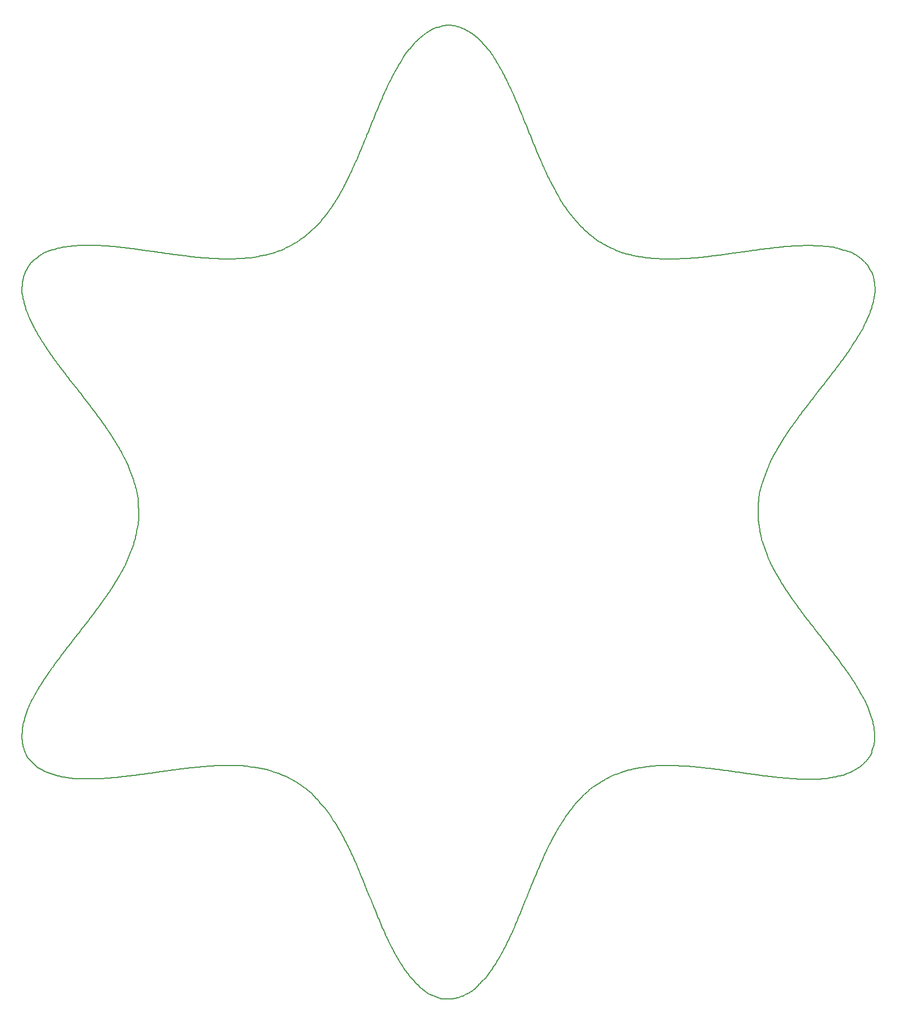
<source format=gbr>
%TF.GenerationSoftware,KiCad,Pcbnew,5.1.9+dfsg1-1+deb11u1*%
%TF.CreationDate,2024-06-25T08:23:57+02:00*%
%TF.ProjectId,pcb_onder,7063625f-6f6e-4646-9572-2e6b69636164,rev?*%
%TF.SameCoordinates,Original*%
%TF.FileFunction,Profile,NP*%
%FSLAX46Y46*%
G04 Gerber Fmt 4.6, Leading zero omitted, Abs format (unit mm)*
G04 Created by KiCad (PCBNEW 5.1.9+dfsg1-1+deb11u1) date 2024-06-25 08:23:57*
%MOMM*%
%LPD*%
G01*
G04 APERTURE LIST*
%TA.AperFunction,Profile*%
%ADD10C,0.200000*%
%TD*%
G04 APERTURE END LIST*
D10*
X107250000Y-31250000D02*
X107420735Y-31007798D01*
X107420735Y-31007798D02*
X107592547Y-30770557D01*
X107592547Y-30770557D02*
X107765427Y-30538314D01*
X107765427Y-30538314D02*
X107939366Y-30311106D01*
X107939366Y-30311106D02*
X108114354Y-30088973D01*
X108114354Y-30088973D02*
X108290382Y-29871951D01*
X108290382Y-29871951D02*
X108467442Y-29660079D01*
X108467442Y-29660079D02*
X108645524Y-29453395D01*
X108645524Y-29453395D02*
X108824618Y-29251937D01*
X108824618Y-29251937D02*
X109004717Y-29055743D01*
X109004717Y-29055743D02*
X109125336Y-28927890D01*
X109125336Y-28927890D02*
X109307657Y-28740262D01*
X109307657Y-28740262D02*
X109494384Y-28556260D01*
X109494384Y-28556260D02*
X109688930Y-28374179D01*
X109688930Y-28374179D02*
X109894712Y-28192318D01*
X109894712Y-28192318D02*
X110115145Y-28008973D01*
X110115145Y-28008973D02*
X110353646Y-27822442D01*
X110353646Y-27822442D02*
X110524371Y-27695477D01*
X110524371Y-27695477D02*
X110705656Y-27565835D01*
X110705656Y-27565835D02*
X110898513Y-27433012D01*
X110898513Y-27433012D02*
X111103954Y-27296502D01*
X111103954Y-27296502D02*
X111322991Y-27155801D01*
X111322991Y-27155801D02*
X111556637Y-27010406D01*
X111556637Y-27010406D02*
X111805904Y-26859811D01*
X73402537Y-141435712D02*
X73161186Y-141467236D01*
X73161186Y-141467236D02*
X72945869Y-141495383D01*
X72945869Y-141495383D02*
X72658550Y-141533036D01*
X72658550Y-141533036D02*
X72395978Y-141567634D01*
X72395978Y-141567634D02*
X72137858Y-141601900D01*
X72137858Y-141601900D02*
X71863894Y-141638561D01*
X71863894Y-141638561D02*
X71662425Y-141665679D01*
X71662425Y-141665679D02*
X71438882Y-141695880D01*
X71438882Y-141695880D02*
X71187248Y-141729973D01*
X71187248Y-141729973D02*
X70901512Y-141768764D01*
X70901512Y-141768764D02*
X70575659Y-141813062D01*
X70575659Y-141813062D02*
X70203676Y-141863675D01*
X70203676Y-141863675D02*
X69998506Y-141891601D01*
X69998506Y-141891601D02*
X69779549Y-141921409D01*
X69779549Y-141921409D02*
X69546052Y-141953199D01*
X69546052Y-141953199D02*
X69297265Y-141987073D01*
X96051302Y-54669575D02*
X96178556Y-54473674D01*
X96178556Y-54473674D02*
X96304968Y-54276367D01*
X96304968Y-54276367D02*
X96430547Y-54077668D01*
X96430547Y-54077668D02*
X96555301Y-53877597D01*
X96555301Y-53877597D02*
X96679239Y-53676168D01*
X96679239Y-53676168D02*
X96802369Y-53473399D01*
X96802369Y-53473399D02*
X96924700Y-53269307D01*
X96924700Y-53269307D02*
X97046240Y-53063909D01*
X97046240Y-53063909D02*
X97166998Y-52857221D01*
X97166998Y-52857221D02*
X97286983Y-52649261D01*
X97286983Y-52649261D02*
X97406202Y-52440045D01*
X97406202Y-52440045D02*
X97524664Y-52229589D01*
X97524664Y-52229589D02*
X97642379Y-52017911D01*
X97642379Y-52017911D02*
X97759353Y-51805028D01*
X97759353Y-51805028D02*
X97875597Y-51590956D01*
X97875597Y-51590956D02*
X97991118Y-51375713D01*
X162855590Y-97295595D02*
X162757180Y-97597704D01*
X162757180Y-97597704D02*
X162669862Y-97901656D01*
X162669862Y-97901656D02*
X162592978Y-98206362D01*
X162592978Y-98206362D02*
X162525872Y-98510735D01*
X162525872Y-98510735D02*
X162467890Y-98813684D01*
X162467890Y-98813684D02*
X162418374Y-99114124D01*
X162418374Y-99114124D02*
X162376668Y-99410964D01*
X162376668Y-99410964D02*
X162342118Y-99703118D01*
X162342118Y-99703118D02*
X162314067Y-99989497D01*
X162314067Y-99989497D02*
X162291858Y-100269013D01*
X162291858Y-100269013D02*
X162274836Y-100540578D01*
X162274836Y-100540578D02*
X162262346Y-100803103D01*
X162262346Y-100803103D02*
X162253730Y-101055500D01*
X162253730Y-101055500D02*
X162248333Y-101296682D01*
X162248333Y-101296682D02*
X162245500Y-101525559D01*
X162245500Y-101525559D02*
X162244574Y-101741045D01*
X50823183Y-74530028D02*
X50710832Y-74341883D01*
X50710832Y-74341883D02*
X50599622Y-74152858D01*
X50599622Y-74152858D02*
X50489042Y-73961594D01*
X50489042Y-73961594D02*
X50378582Y-73766736D01*
X50378582Y-73766736D02*
X50267732Y-73566925D01*
X50267732Y-73566925D02*
X50155982Y-73360806D01*
X50155982Y-73360806D02*
X50042822Y-73147021D01*
X50042822Y-73147021D02*
X49927742Y-72924213D01*
X49927742Y-72924213D02*
X49810232Y-72691026D01*
X49810232Y-72691026D02*
X49689783Y-72446102D01*
X49689783Y-72446102D02*
X49565883Y-72188085D01*
X49565883Y-72188085D02*
X49438023Y-71915617D01*
X49438023Y-71915617D02*
X49305693Y-71627342D01*
X49305693Y-71627342D02*
X49168383Y-71321904D01*
X49168383Y-71321904D02*
X49025583Y-70997944D01*
X49025583Y-70997944D02*
X48876784Y-70654106D01*
X49202790Y-131859917D02*
X49331697Y-131589989D01*
X49331697Y-131589989D02*
X49420012Y-131409341D01*
X49420012Y-131409341D02*
X49510208Y-131228143D01*
X49510208Y-131228143D02*
X49602269Y-131046400D01*
X49602269Y-131046400D02*
X49696177Y-130864117D01*
X49696177Y-130864117D02*
X49791915Y-130681302D01*
X49791915Y-130681302D02*
X49889468Y-130497958D01*
X49889468Y-130497958D02*
X49988817Y-130314092D01*
X49988817Y-130314092D02*
X50089946Y-130129710D01*
X50089946Y-130129710D02*
X50192839Y-129944817D01*
X50192839Y-129944817D02*
X50297477Y-129759419D01*
X50297477Y-129759419D02*
X50403845Y-129573521D01*
X50403845Y-129573521D02*
X50511926Y-129387129D01*
X50511926Y-129387129D02*
X50621702Y-129200249D01*
X50621702Y-129200249D02*
X50733157Y-129012886D01*
X50733157Y-129012886D02*
X50789509Y-128919026D01*
X99726060Y-155710803D02*
X99621340Y-155479004D01*
X99621340Y-155479004D02*
X99516033Y-155248104D01*
X99516033Y-155248104D02*
X99410130Y-155018121D01*
X99410130Y-155018121D02*
X99303623Y-154789071D01*
X99303623Y-154789071D02*
X99196502Y-154560970D01*
X99196502Y-154560970D02*
X99088760Y-154333836D01*
X99088760Y-154333836D02*
X98980388Y-154107686D01*
X98980388Y-154107686D02*
X98871377Y-153882536D01*
X98871377Y-153882536D02*
X98761718Y-153658403D01*
X98761718Y-153658403D02*
X98651404Y-153435304D01*
X98651404Y-153435304D02*
X98540425Y-153213256D01*
X98540425Y-153213256D02*
X98428773Y-152992275D01*
X98428773Y-152992275D02*
X98316440Y-152772379D01*
X98316440Y-152772379D02*
X98203417Y-152553584D01*
X98203417Y-152553584D02*
X98089695Y-152335907D01*
X98089695Y-152335907D02*
X97975267Y-152119366D01*
X113153470Y-177111593D02*
X112919654Y-177033005D01*
X112919654Y-177033005D02*
X112726954Y-176966802D01*
X112726954Y-176966802D02*
X112506538Y-176886820D01*
X112506538Y-176886820D02*
X112316689Y-176813338D01*
X112316689Y-176813338D02*
X112088258Y-176721002D01*
X112088258Y-176721002D02*
X111876866Y-176633595D01*
X111876866Y-176633595D02*
X111619633Y-176526121D01*
X111619633Y-176526121D02*
X111417568Y-176441321D01*
X111417568Y-176441321D02*
X111187467Y-176344599D01*
X111187467Y-176344599D02*
X111060946Y-176291392D01*
X78750322Y-62462252D02*
X78994720Y-62470195D01*
X78994720Y-62470195D02*
X79240230Y-62476724D01*
X79240230Y-62476724D02*
X79488600Y-62481621D01*
X79488600Y-62481621D02*
X79741582Y-62484668D01*
X79741582Y-62484668D02*
X80000925Y-62485646D01*
X80000925Y-62485646D02*
X80268379Y-62484337D01*
X80268379Y-62484337D02*
X80545695Y-62480522D01*
X80545695Y-62480522D02*
X80834622Y-62473984D01*
X80834622Y-62473984D02*
X81136912Y-62464504D01*
X81136912Y-62464504D02*
X81454314Y-62451863D01*
X81454314Y-62451863D02*
X81788578Y-62435844D01*
X81788578Y-62435844D02*
X82141455Y-62416228D01*
X82141455Y-62416228D02*
X82514695Y-62392797D01*
X82514695Y-62392797D02*
X82910048Y-62365333D01*
X82910048Y-62365333D02*
X83116564Y-62350020D01*
X83116564Y-62350020D02*
X83329265Y-62333617D01*
X83329265Y-62333617D02*
X83548369Y-62316096D01*
X83548369Y-62316096D02*
X83774095Y-62297431D01*
X127697457Y-45234603D02*
X127796529Y-45473574D01*
X127796529Y-45473574D02*
X127896741Y-45714036D01*
X127896741Y-45714036D02*
X127998954Y-45957729D01*
X127998954Y-45957729D02*
X128104029Y-46206391D01*
X128104029Y-46206391D02*
X128212828Y-46461760D01*
X128212828Y-46461760D02*
X128326211Y-46725577D01*
X128326211Y-46725577D02*
X128445040Y-46999579D01*
X128445040Y-46999579D02*
X128570177Y-47285506D01*
X128570177Y-47285506D02*
X128702482Y-47585097D01*
X128702482Y-47585097D02*
X128842818Y-47900091D01*
X128842818Y-47900091D02*
X128992044Y-48232226D01*
X128992044Y-48232226D02*
X129151023Y-48583242D01*
X129151023Y-48583242D02*
X129234439Y-48766374D01*
X129234439Y-48766374D02*
X129320616Y-48954878D01*
X129320616Y-48954878D02*
X129409662Y-49148971D01*
X129409662Y-49148971D02*
X129501684Y-49348871D01*
X129501684Y-49348871D02*
X129596791Y-49554796D01*
X129596791Y-49554796D02*
X129695089Y-49766963D01*
X129695089Y-49766963D02*
X129796687Y-49985588D01*
X129796687Y-49985588D02*
X129901692Y-50210891D01*
X143557504Y-141400678D02*
X143340735Y-141442208D01*
X143340735Y-141442208D02*
X143123526Y-141486255D01*
X143123526Y-141486255D02*
X142904396Y-141533512D01*
X142904396Y-141533512D02*
X142681865Y-141584671D01*
X142681865Y-141584671D02*
X142454455Y-141640427D01*
X142454455Y-141640427D02*
X142220685Y-141701472D01*
X142220685Y-141701472D02*
X141979077Y-141768499D01*
X141979077Y-141768499D02*
X141728152Y-141842203D01*
X141728152Y-141842203D02*
X141466428Y-141923275D01*
X141466428Y-141923275D02*
X141192428Y-142012410D01*
X141192428Y-142012410D02*
X140904671Y-142110300D01*
X140904671Y-142110300D02*
X140601679Y-142217638D01*
X140601679Y-142217638D02*
X140281972Y-142335119D01*
X140281972Y-142335119D02*
X139944070Y-142463435D01*
X139944070Y-142463435D02*
X139586494Y-142603279D01*
X139586494Y-142603279D02*
X139399866Y-142677741D01*
X139399866Y-142677741D02*
X139207765Y-142755345D01*
X160554292Y-142220665D02*
X160298468Y-142183346D01*
X160298468Y-142183346D02*
X160042527Y-142146119D01*
X160042527Y-142146119D02*
X159786480Y-142109003D01*
X159786480Y-142109003D02*
X159530340Y-142072016D01*
X159530340Y-142072016D02*
X159274120Y-142035175D01*
X159274120Y-142035175D02*
X159017834Y-141998499D01*
X159017834Y-141998499D02*
X158761494Y-141962006D01*
X158761494Y-141962006D02*
X158505113Y-141925714D01*
X158505113Y-141925714D02*
X158248705Y-141889642D01*
X158248705Y-141889642D02*
X157992281Y-141853807D01*
X157992281Y-141853807D02*
X157735855Y-141818228D01*
X157735855Y-141818228D02*
X157479440Y-141782923D01*
X157479440Y-141782923D02*
X157223048Y-141747910D01*
X157223048Y-141747910D02*
X156966694Y-141713207D01*
X156966694Y-141713207D02*
X156710389Y-141678833D01*
X156710389Y-141678833D02*
X156454147Y-141644806D01*
X122435284Y-33198358D02*
X122541319Y-33391364D01*
X122541319Y-33391364D02*
X122647706Y-33587780D01*
X122647706Y-33587780D02*
X122755213Y-33789345D01*
X122755213Y-33789345D02*
X122864608Y-33997798D01*
X122864608Y-33997798D02*
X122976658Y-34214879D01*
X122976658Y-34214879D02*
X123092132Y-34442329D01*
X123092132Y-34442329D02*
X123211796Y-34681887D01*
X123211796Y-34681887D02*
X123336420Y-34935293D01*
X123336420Y-34935293D02*
X123466771Y-35204286D01*
X123466771Y-35204286D02*
X123603617Y-35490608D01*
X123603617Y-35490608D02*
X123747726Y-35795997D01*
X123747726Y-35795997D02*
X123899866Y-36122193D01*
X123899866Y-36122193D02*
X124060804Y-36470937D01*
X124060804Y-36470937D02*
X124144812Y-36654307D01*
X124144812Y-36654307D02*
X124231309Y-36843967D01*
X124231309Y-36843967D02*
X124320388Y-37040134D01*
X124320388Y-37040134D02*
X124412148Y-37243025D01*
X124412148Y-37243025D02*
X124506683Y-37452858D01*
X124506683Y-37452858D02*
X124604090Y-37669850D01*
X61371497Y-60470438D02*
X61609217Y-60492466D01*
X61609217Y-60492466D02*
X61847723Y-60515238D01*
X61847723Y-60515238D02*
X62087001Y-60538738D01*
X62087001Y-60538738D02*
X62327036Y-60562947D01*
X62327036Y-60562947D02*
X62567814Y-60587850D01*
X62567814Y-60587850D02*
X62809322Y-60613430D01*
X62809322Y-60613430D02*
X63051545Y-60639670D01*
X63051545Y-60639670D02*
X63294470Y-60666552D01*
X63294470Y-60666552D02*
X63538083Y-60694060D01*
X63538083Y-60694060D02*
X63782370Y-60722177D01*
X63782370Y-60722177D02*
X64027316Y-60750886D01*
X64027316Y-60750886D02*
X64272908Y-60780170D01*
X64272908Y-60780170D02*
X64519132Y-60810013D01*
X64519132Y-60810013D02*
X64765974Y-60840397D01*
X64765974Y-60840397D02*
X65013420Y-60871306D01*
X65013420Y-60871306D02*
X65261457Y-60902723D01*
X133934357Y-56525487D02*
X134078707Y-56692448D01*
X134078707Y-56692448D02*
X134225457Y-56858533D01*
X134225457Y-56858533D02*
X134375948Y-57024677D01*
X134375948Y-57024677D02*
X134531519Y-57191814D01*
X134531519Y-57191814D02*
X134693510Y-57360880D01*
X134693510Y-57360880D02*
X134863261Y-57532807D01*
X134863261Y-57532807D02*
X135042112Y-57708532D01*
X135042112Y-57708532D02*
X135231404Y-57888989D01*
X135231404Y-57888989D02*
X135432477Y-58075112D01*
X135432477Y-58075112D02*
X135646670Y-58267836D01*
X135646670Y-58267836D02*
X135875323Y-58468095D01*
X135875323Y-58468095D02*
X136119778Y-58676825D01*
X136119778Y-58676825D02*
X136381373Y-58894960D01*
X136381373Y-58894960D02*
X136661448Y-59123433D01*
X136661448Y-59123433D02*
X136961345Y-59363181D01*
X136961345Y-59363181D02*
X137119145Y-59487575D01*
X137119145Y-59487575D02*
X137282403Y-59615138D01*
X172849173Y-143009446D02*
X172550955Y-143032772D01*
X172550955Y-143032772D02*
X172350352Y-143046613D01*
X172350352Y-143046613D02*
X172148331Y-143059100D01*
X172148331Y-143059100D02*
X171944907Y-143070245D01*
X171944907Y-143070245D02*
X171740092Y-143080059D01*
X171740092Y-143080059D02*
X171533899Y-143088555D01*
X171533899Y-143088555D02*
X171326343Y-143095744D01*
X171326343Y-143095744D02*
X171117436Y-143101638D01*
X171117436Y-143101638D02*
X170907192Y-143106249D01*
X170907192Y-143106249D02*
X170695623Y-143109588D01*
X170695623Y-143109588D02*
X170482744Y-143111668D01*
X170482744Y-143111668D02*
X170268568Y-143112499D01*
X170268568Y-143112499D02*
X170053107Y-143112095D01*
X170053107Y-143112095D02*
X169836376Y-143110466D01*
X169836376Y-143110466D02*
X169618388Y-143107624D01*
X169618388Y-143107624D02*
X169508927Y-143105753D01*
X151042437Y-141065585D02*
X150812338Y-141057522D01*
X150812338Y-141057522D02*
X150607104Y-141050406D01*
X150607104Y-141050406D02*
X150333430Y-141041228D01*
X150333430Y-141041228D02*
X150083701Y-141033468D01*
X150083701Y-141033468D02*
X149838720Y-141026700D01*
X149838720Y-141026700D02*
X149579284Y-141020497D01*
X149579284Y-141020497D02*
X149286196Y-141014432D01*
X149286196Y-141014432D02*
X149062627Y-141010256D01*
X149062627Y-141010256D02*
X148809878Y-141005826D01*
X148809878Y-141005826D02*
X148522262Y-141001015D01*
X148522262Y-141001015D02*
X148194090Y-140995698D01*
X148194090Y-140995698D02*
X147819672Y-140989747D01*
X147819672Y-140989747D02*
X147613343Y-140986495D01*
X147613343Y-140986495D02*
X147393320Y-140983038D01*
X147393320Y-140983038D02*
X147158892Y-140979359D01*
X169508927Y-143105753D02*
X169288760Y-143101078D01*
X169288760Y-143101078D02*
X169065465Y-143095005D01*
X169065465Y-143095005D02*
X168837152Y-143087326D01*
X168837152Y-143087326D02*
X168601929Y-143077838D01*
X168601929Y-143077838D02*
X168357906Y-143066335D01*
X168357906Y-143066335D02*
X168103192Y-143052614D01*
X168103192Y-143052614D02*
X167835896Y-143036467D01*
X167835896Y-143036467D02*
X167554128Y-143017692D01*
X167554128Y-143017692D02*
X167255997Y-142996082D01*
X167255997Y-142996082D02*
X166939613Y-142971433D01*
X166939613Y-142971433D02*
X166603084Y-142943541D01*
X166603084Y-142943541D02*
X166244520Y-142912199D01*
X166244520Y-142912199D02*
X165862030Y-142877204D01*
X165862030Y-142877204D02*
X165661222Y-142858272D01*
X165661222Y-142858272D02*
X165453723Y-142838350D01*
X165453723Y-142838350D02*
X165239298Y-142817412D01*
X165239298Y-142817412D02*
X165017709Y-142795433D01*
X165017709Y-142795433D02*
X164788721Y-142772386D01*
X164788721Y-142772386D02*
X164552098Y-142748247D01*
X48876784Y-70654106D02*
X48809222Y-70423564D01*
X48809222Y-70423564D02*
X48752102Y-70227150D01*
X48752102Y-70227150D02*
X48686273Y-69995678D01*
X48686273Y-69995678D02*
X48624821Y-69770460D01*
X48624821Y-69770460D02*
X48559643Y-69520400D01*
X48559643Y-69520400D02*
X48503436Y-69297847D01*
X48503436Y-69297847D02*
X48437155Y-69030710D01*
X48437155Y-69030710D02*
X48385681Y-68821372D01*
X48385681Y-68821372D02*
X48327197Y-68582502D01*
X48327197Y-68582502D02*
X48260689Y-68310213D01*
X48260689Y-68310213D02*
X48185144Y-68000619D01*
X50789509Y-128919026D02*
X50903640Y-128730692D01*
X50903640Y-128730692D02*
X51020547Y-128540350D01*
X51020547Y-128540350D02*
X51141354Y-128346464D01*
X51141354Y-128346464D02*
X51267182Y-128147499D01*
X51267182Y-128147499D02*
X51399155Y-127941920D01*
X51399155Y-127941920D02*
X51538396Y-127728193D01*
X51538396Y-127728193D02*
X51686027Y-127504781D01*
X51686027Y-127504781D02*
X51843171Y-127270151D01*
X51843171Y-127270151D02*
X52010951Y-127022766D01*
X52010951Y-127022766D02*
X52190489Y-126761094D01*
X52190489Y-126761094D02*
X52382910Y-126483597D01*
X52382910Y-126483597D02*
X52589334Y-126188742D01*
X52589334Y-126188742D02*
X52810886Y-125874994D01*
X52810886Y-125874994D02*
X52927685Y-125710555D01*
X52927685Y-125710555D02*
X53048688Y-125540817D01*
X53048688Y-125540817D02*
X53174033Y-125365589D01*
X53174033Y-125365589D02*
X53303862Y-125184677D01*
X53303862Y-125184677D02*
X53438315Y-124997891D01*
X53438315Y-124997891D02*
X53577533Y-124805039D01*
X51273893Y-61708769D02*
X51484898Y-61610448D01*
X51484898Y-61610448D02*
X51700383Y-61515762D01*
X51700383Y-61515762D02*
X51920310Y-61424700D01*
X51920310Y-61424700D02*
X52144641Y-61337251D01*
X52144641Y-61337251D02*
X52373339Y-61253404D01*
X52373339Y-61253404D02*
X52606366Y-61173148D01*
X52606366Y-61173148D02*
X52843685Y-61096471D01*
X52843685Y-61096471D02*
X53085259Y-61023363D01*
X53085259Y-61023363D02*
X53331050Y-60953813D01*
X53331050Y-60953813D02*
X53581021Y-60887810D01*
X53581021Y-60887810D02*
X53749972Y-60845773D01*
X180325920Y-137079385D02*
X180276937Y-137321250D01*
X180276937Y-137321250D02*
X180235286Y-137520062D01*
X180235286Y-137520062D02*
X180183845Y-137745916D01*
X180183845Y-137745916D02*
X180121499Y-137991919D01*
X180121499Y-137991919D02*
X180055425Y-138235868D01*
X180055425Y-138235868D02*
X179992247Y-138462649D01*
X179992247Y-138462649D02*
X179914411Y-138738647D01*
X179914411Y-138738647D02*
X179853052Y-138955169D01*
X179853052Y-138955169D02*
X179783191Y-139201336D01*
X178801857Y-130938762D02*
X178926241Y-131207723D01*
X178926241Y-131207723D02*
X179045792Y-131475138D01*
X179045792Y-131475138D02*
X179160480Y-131740978D01*
X179160480Y-131740978D02*
X179270278Y-132005217D01*
X179270278Y-132005217D02*
X179375158Y-132267828D01*
X179375158Y-132267828D02*
X179475090Y-132528784D01*
X179475090Y-132528784D02*
X179570046Y-132788058D01*
X179570046Y-132788058D02*
X179659999Y-133045623D01*
X179659999Y-133045623D02*
X179744920Y-133301453D01*
X179744920Y-133301453D02*
X179824780Y-133555520D01*
X179824780Y-133555520D02*
X179875195Y-133723906D01*
X129901692Y-50210891D02*
X130009759Y-50414193D01*
X130009759Y-50414193D02*
X130106212Y-50595489D01*
X130106212Y-50595489D02*
X130235101Y-50837087D01*
X130235101Y-50837087D02*
X130353245Y-51057237D01*
X130353245Y-51057237D02*
X130469874Y-51272782D01*
X130469874Y-51272782D02*
X130594220Y-51500561D01*
X130594220Y-51500561D02*
X130735512Y-51757415D01*
X130735512Y-51757415D02*
X130843680Y-51953120D01*
X130843680Y-51953120D02*
X130966218Y-52174222D01*
X130966218Y-52174222D02*
X131105860Y-52425710D01*
X131105860Y-52425710D02*
X131265341Y-52712575D01*
X131265341Y-52712575D02*
X131447397Y-53039805D01*
X131447397Y-53039805D02*
X131547745Y-53220117D01*
X131547745Y-53220117D02*
X131654762Y-53412392D01*
X131654762Y-53412392D02*
X131768791Y-53617253D01*
X156454147Y-141644806D02*
X156197655Y-141611119D01*
X156197655Y-141611119D02*
X155939302Y-141577674D01*
X155939302Y-141577674D02*
X155677151Y-141544347D01*
X155677151Y-141544347D02*
X155409266Y-141511013D01*
X155409266Y-141511013D02*
X155133711Y-141477551D01*
X155133711Y-141477551D02*
X154848547Y-141443835D01*
X154848547Y-141443835D02*
X154551839Y-141409743D01*
X154551839Y-141409743D02*
X154241651Y-141375151D01*
X154241651Y-141375151D02*
X153916045Y-141339935D01*
X153916045Y-141339935D02*
X153573085Y-141303972D01*
X153573085Y-141303972D02*
X153210834Y-141267139D01*
X153210834Y-141267139D02*
X152827356Y-141229311D01*
X152827356Y-141229311D02*
X152627051Y-141209985D01*
X152627051Y-141209985D02*
X152420713Y-141190365D01*
X152420713Y-141190365D02*
X152208101Y-141170434D01*
X152208101Y-141170434D02*
X151988971Y-141150178D01*
X151988971Y-141150178D02*
X151763081Y-141129580D01*
X151763081Y-141129580D02*
X151530190Y-141108625D01*
X151530190Y-141108625D02*
X151290056Y-141087299D01*
X151290056Y-141087299D02*
X151042437Y-141065585D01*
X65241859Y-107296972D02*
X65314276Y-107088480D01*
X65314276Y-107088480D02*
X65384735Y-106878347D01*
X65384735Y-106878347D02*
X65453375Y-106664946D01*
X65453375Y-106664946D02*
X65520335Y-106446650D01*
X65520335Y-106446650D02*
X65585754Y-106221829D01*
X65585754Y-106221829D02*
X65649772Y-105988856D01*
X65649772Y-105988856D02*
X65712529Y-105746103D01*
X65712529Y-105746103D02*
X65774163Y-105491943D01*
X65774163Y-105491943D02*
X65834814Y-105224748D01*
X65834814Y-105224748D02*
X65894621Y-104942890D01*
X65894621Y-104942890D02*
X65953724Y-104644740D01*
X65953724Y-104644740D02*
X66012262Y-104328672D01*
X66012262Y-104328672D02*
X66070374Y-103993057D01*
X66070374Y-103993057D02*
X66128200Y-103636267D01*
X66128200Y-103636267D02*
X66185880Y-103256675D01*
X66185880Y-103256675D02*
X66214708Y-103057820D01*
X66214708Y-103057820D02*
X66243552Y-102852654D01*
X174071651Y-123766626D02*
X174222907Y-123966318D01*
X174222907Y-123966318D02*
X174374419Y-124167253D01*
X174374419Y-124167253D02*
X174527151Y-124370926D01*
X174527151Y-124370926D02*
X174682068Y-124578833D01*
X174682068Y-124578833D02*
X174840136Y-124792471D01*
X174840136Y-124792471D02*
X175002319Y-125013336D01*
X175002319Y-125013336D02*
X175169583Y-125242923D01*
X175169583Y-125242923D02*
X175342893Y-125482728D01*
X175342893Y-125482728D02*
X175523213Y-125734248D01*
X175523213Y-125734248D02*
X175711508Y-125998979D01*
X175711508Y-125998979D02*
X175908745Y-126278416D01*
X175908745Y-126278416D02*
X176115887Y-126574056D01*
X176115887Y-126574056D02*
X176333900Y-126887395D01*
X176333900Y-126887395D02*
X176563749Y-127219928D01*
X176563749Y-127219928D02*
X176683414Y-127393861D01*
X176683414Y-127393861D02*
X176806399Y-127573153D01*
X176806399Y-127573153D02*
X176932826Y-127757991D01*
X176932826Y-127757991D02*
X177062816Y-127948564D01*
X136369071Y-144508425D02*
X136208140Y-144646569D01*
X136208140Y-144646569D02*
X136048347Y-144786678D01*
X136048347Y-144786678D02*
X135889686Y-144928742D01*
X135889686Y-144928742D02*
X135732152Y-145072750D01*
X135732152Y-145072750D02*
X135575740Y-145218693D01*
X135575740Y-145218693D02*
X135420444Y-145366560D01*
X135420444Y-145366560D02*
X135266258Y-145516341D01*
X135266258Y-145516341D02*
X135113179Y-145668026D01*
X135113179Y-145668026D02*
X134961199Y-145821606D01*
X134961199Y-145821606D02*
X134810314Y-145977069D01*
X134810314Y-145977069D02*
X134660518Y-146134407D01*
X134660518Y-146134407D02*
X134511806Y-146293608D01*
X134511806Y-146293608D02*
X134364172Y-146454663D01*
X134364172Y-146454663D02*
X134217612Y-146617562D01*
X134217612Y-146617562D02*
X134072119Y-146782294D01*
X134072119Y-146782294D02*
X133927689Y-146948851D01*
X57810978Y-60354777D02*
X58017378Y-60358595D01*
X58017378Y-60358595D02*
X58287004Y-60363745D01*
X58287004Y-60363745D02*
X58524309Y-60368712D01*
X58524309Y-60368712D02*
X58746896Y-60374066D01*
X58746896Y-60374066D02*
X58972366Y-60380380D01*
X58972366Y-60380380D02*
X59218322Y-60388225D01*
X59218322Y-60388225D02*
X59502368Y-60398174D01*
X59502368Y-60398174D02*
X59721585Y-60406257D01*
X59721585Y-60406257D02*
X59970770Y-60415699D01*
X59970770Y-60415699D02*
X60255138Y-60426668D01*
X60255138Y-60426668D02*
X60579905Y-60439335D01*
X60579905Y-60439335D02*
X60950286Y-60453868D01*
X60950286Y-60453868D02*
X61154211Y-60461888D01*
X61154211Y-60461888D02*
X61371497Y-60470438D01*
X169520701Y-60422019D02*
X169739813Y-60418793D01*
X169739813Y-60418793D02*
X169959119Y-60416994D01*
X169959119Y-60416994D02*
X170180048Y-60416861D01*
X170180048Y-60416861D02*
X170404031Y-60418629D01*
X170404031Y-60418629D02*
X170632497Y-60422536D01*
X170632497Y-60422536D02*
X170866876Y-60428817D01*
X170866876Y-60428817D02*
X171108600Y-60437710D01*
X171108600Y-60437710D02*
X171359097Y-60449452D01*
X171359097Y-60449452D02*
X171619798Y-60464279D01*
X171619798Y-60464279D02*
X171892133Y-60482428D01*
X171892133Y-60482428D02*
X172177532Y-60504137D01*
X172177532Y-60504137D02*
X172477426Y-60529641D01*
X172477426Y-60529641D02*
X172793244Y-60559177D01*
X172793244Y-60559177D02*
X173126417Y-60592982D01*
X173126417Y-60592982D02*
X173478374Y-60631294D01*
X173478374Y-60631294D02*
X173850547Y-60674349D01*
X171572310Y-120543543D02*
X171732170Y-120746603D01*
X171732170Y-120746603D02*
X171891644Y-120949465D01*
X171891644Y-120949465D02*
X172050710Y-121152125D01*
X172050710Y-121152125D02*
X172209347Y-121354579D01*
X172209347Y-121354579D02*
X172367533Y-121556824D01*
X172367533Y-121556824D02*
X172525247Y-121758854D01*
X172525247Y-121758854D02*
X172682467Y-121960669D01*
X172682467Y-121960669D02*
X172839171Y-122162262D01*
X172839171Y-122162262D02*
X172995338Y-122363631D01*
X172995338Y-122363631D02*
X173150946Y-122564772D01*
X173150946Y-122564772D02*
X173305973Y-122765681D01*
X173305973Y-122765681D02*
X173460399Y-122966356D01*
X173460399Y-122966356D02*
X173614201Y-123166791D01*
X173614201Y-123166791D02*
X173767358Y-123366983D01*
X173767358Y-123366983D02*
X173919848Y-123566929D01*
X173919848Y-123566929D02*
X174071651Y-123766626D01*
X55225233Y-80779838D02*
X55082663Y-80591964D01*
X55082663Y-80591964D02*
X54955520Y-80424375D01*
X54955520Y-80424375D02*
X54786062Y-80200828D01*
X54786062Y-80200828D02*
X54631595Y-79996700D01*
X54631595Y-79996700D02*
X54480289Y-79796259D01*
X54480289Y-79796259D02*
X54320314Y-79583771D01*
X54320314Y-79583771D02*
X54139840Y-79343504D01*
X54139840Y-79343504D02*
X54002294Y-79160124D01*
X54002294Y-79160124D02*
X53846874Y-78952744D01*
X53846874Y-78952744D02*
X53670074Y-78716702D01*
X53670074Y-78716702D02*
X53468391Y-78447337D01*
X53468391Y-78447337D02*
X53238317Y-78139987D01*
X53238317Y-78139987D02*
X53111539Y-77970610D01*
X53111539Y-77970610D02*
X52976349Y-77789990D01*
X52976349Y-77789990D02*
X52832309Y-77597543D01*
X180062934Y-65000695D02*
X180111783Y-65242478D01*
X180111783Y-65242478D02*
X180150799Y-65442463D01*
X180150799Y-65442463D02*
X180191741Y-65673339D01*
X180191741Y-65673339D02*
X180223028Y-65874495D01*
X180223028Y-65874495D02*
X180257278Y-66118490D01*
X180257278Y-66118490D02*
X180287278Y-66345265D01*
X180287278Y-66345265D02*
X180322820Y-66621772D01*
X180322820Y-66621772D02*
X180350413Y-66839165D01*
X180350413Y-66839165D02*
X180381699Y-67086799D01*
X180381699Y-67086799D02*
X180398882Y-67222975D01*
X178443543Y-62670815D02*
X178597115Y-62810529D01*
X178597115Y-62810529D02*
X178746799Y-62956970D01*
X178746799Y-62956970D02*
X178893815Y-63113447D01*
X178893815Y-63113447D02*
X179039382Y-63283268D01*
X179039382Y-63283268D02*
X179184722Y-63469741D01*
X179184722Y-63469741D02*
X179331055Y-63676177D01*
X179331055Y-63676177D02*
X179479601Y-63905882D01*
X179479601Y-63905882D02*
X179631582Y-64162166D01*
X179631582Y-64162166D02*
X179735413Y-64349423D01*
X179735413Y-64349423D02*
X179841674Y-64550942D01*
X179841674Y-64550942D02*
X179950727Y-64767706D01*
X179950727Y-64767706D02*
X180062934Y-65000695D01*
X152370841Y-62344210D02*
X152624442Y-62318590D01*
X152624442Y-62318590D02*
X152878317Y-62292333D01*
X152878317Y-62292333D02*
X153132451Y-62265454D01*
X153132451Y-62265454D02*
X153386831Y-62237973D01*
X153386831Y-62237973D02*
X153641446Y-62209907D01*
X153641446Y-62209907D02*
X153896281Y-62181275D01*
X153896281Y-62181275D02*
X154151324Y-62152095D01*
X154151324Y-62152095D02*
X154406561Y-62122385D01*
X154406561Y-62122385D02*
X154661981Y-62092163D01*
X154661981Y-62092163D02*
X154917569Y-62061448D01*
X154917569Y-62061448D02*
X155173314Y-62030257D01*
X155173314Y-62030257D02*
X155429201Y-61998609D01*
X155429201Y-61998609D02*
X155685219Y-61966521D01*
X155685219Y-61966521D02*
X155941353Y-61934013D01*
X155941353Y-61934013D02*
X156197592Y-61901102D01*
X156197592Y-61901102D02*
X156453922Y-61867806D01*
X179908219Y-69798820D02*
X179831416Y-70052129D01*
X179831416Y-70052129D02*
X179746893Y-70312066D01*
X179746893Y-70312066D02*
X179652045Y-70583457D01*
X179652045Y-70583457D02*
X179581790Y-70773131D01*
X179581790Y-70773131D02*
X179505017Y-70971470D01*
X179505017Y-70971470D02*
X179420952Y-71179904D01*
X179420952Y-71179904D02*
X179328824Y-71399863D01*
X179328824Y-71399863D02*
X179227861Y-71632778D01*
X179227861Y-71632778D02*
X179117291Y-71880077D01*
X179117291Y-71880077D02*
X178996342Y-72143191D01*
X178996342Y-72143191D02*
X178864242Y-72423549D01*
X178864242Y-72423549D02*
X178720218Y-72722583D01*
X178720218Y-72722583D02*
X178563500Y-73041721D01*
X178563500Y-73041721D02*
X178393315Y-73382393D01*
X178393315Y-73382393D02*
X178302931Y-73561252D01*
X164120195Y-93964711D02*
X164040878Y-94166470D01*
X164040878Y-94166470D02*
X163966445Y-94355830D01*
X163966445Y-94355830D02*
X163831302Y-94699788D01*
X163831302Y-94699788D02*
X163712913Y-95001463D01*
X163712913Y-95001463D02*
X163609425Y-95265735D01*
X163609425Y-95265735D02*
X163518986Y-95497483D01*
X163518986Y-95497483D02*
X163439744Y-95701587D01*
X163439744Y-95701587D02*
X163337821Y-95966582D01*
X163337821Y-95966582D02*
X163250671Y-96196822D01*
X163250671Y-96196822D02*
X163172041Y-96408774D01*
X163172041Y-96408774D02*
X163095679Y-96618907D01*
X163095679Y-96618907D02*
X163015333Y-96843686D01*
X163015333Y-96843686D02*
X162924751Y-97099580D01*
X162924751Y-97099580D02*
X162855590Y-97295595D01*
X147158892Y-140979359D02*
X146926487Y-140992770D01*
X146926487Y-140992770D02*
X146695031Y-141007860D01*
X146695031Y-141007860D02*
X146464528Y-141024636D01*
X146464528Y-141024636D02*
X146234984Y-141043109D01*
X146234984Y-141043109D02*
X146006406Y-141063289D01*
X146006406Y-141063289D02*
X145778800Y-141085184D01*
X145778800Y-141085184D02*
X145552171Y-141108806D01*
X145552171Y-141108806D02*
X145326526Y-141134164D01*
X145326526Y-141134164D02*
X145101871Y-141161267D01*
X145101871Y-141161267D02*
X144878211Y-141190125D01*
X144878211Y-141190125D02*
X144655554Y-141220748D01*
X144655554Y-141220748D02*
X144433904Y-141253146D01*
X144433904Y-141253146D02*
X144213268Y-141287328D01*
X144213268Y-141287328D02*
X143993652Y-141323304D01*
X143993652Y-141323304D02*
X143775062Y-141361084D01*
X143775062Y-141361084D02*
X143557504Y-141400678D01*
X111805904Y-26859811D02*
X112040482Y-26775997D01*
X112040482Y-26775997D02*
X112233954Y-26708678D01*
X112233954Y-26708678D02*
X112455673Y-26636887D01*
X112455673Y-26636887D02*
X112700129Y-26565861D01*
X112700129Y-26565861D02*
X112944532Y-26500254D01*
X112944532Y-26500254D02*
X113172558Y-26441255D01*
X113172558Y-26441255D02*
X113450514Y-26370527D01*
X113450514Y-26370527D02*
X113668710Y-26315377D01*
X113668710Y-26315377D02*
X113916828Y-26252792D01*
X179875195Y-133723906D02*
X179946524Y-133975614D01*
X179946524Y-133975614D02*
X180012511Y-134229325D01*
X180012511Y-134229325D02*
X180072925Y-134488847D01*
X180072925Y-134488847D02*
X180127531Y-134757990D01*
X180127531Y-134757990D02*
X180176095Y-135040564D01*
X180176095Y-135040564D02*
X180218385Y-135340377D01*
X180218385Y-135340377D02*
X180242977Y-135551711D01*
X180242977Y-135551711D02*
X180264608Y-135773529D01*
X180264608Y-135773529D02*
X180283208Y-136006960D01*
X180283208Y-136006960D02*
X180298709Y-136253132D01*
X180298709Y-136253132D02*
X180311040Y-136513175D01*
X180311040Y-136513175D02*
X180320133Y-136788216D01*
X180320133Y-136788216D02*
X180325920Y-137079385D01*
X58608661Y-85123297D02*
X58451099Y-84917810D01*
X58451099Y-84917810D02*
X58291976Y-84710866D01*
X58291976Y-84710866D02*
X58130085Y-84500891D01*
X58130085Y-84500891D02*
X57964222Y-84286314D01*
X57964222Y-84286314D02*
X57793180Y-84065561D01*
X57793180Y-84065561D02*
X57615755Y-83837059D01*
X57615755Y-83837059D02*
X57430742Y-83599236D01*
X57430742Y-83599236D02*
X57236934Y-83350518D01*
X57236934Y-83350518D02*
X57033126Y-83089333D01*
X57033126Y-83089333D02*
X56818113Y-82814108D01*
X56818113Y-82814108D02*
X56590691Y-82523271D01*
X56590691Y-82523271D02*
X56349652Y-82215247D01*
X56349652Y-82215247D02*
X56223650Y-82054299D01*
X56223650Y-82054299D02*
X56093792Y-81888465D01*
X56093792Y-81888465D02*
X55959928Y-81717547D01*
X55959928Y-81717547D02*
X55821906Y-81541351D01*
X55821906Y-81541351D02*
X55679576Y-81359678D01*
X55679576Y-81359678D02*
X55532788Y-81172333D01*
X55532788Y-81172333D02*
X55381390Y-80979118D01*
X55381390Y-80979118D02*
X55225233Y-80779838D01*
X113916828Y-26252792D02*
X114183260Y-26258141D01*
X114183260Y-26258141D02*
X114449363Y-26274605D01*
X114449363Y-26274605D02*
X114648688Y-26294228D01*
X114648688Y-26294228D02*
X114847771Y-26320074D01*
X114847771Y-26320074D02*
X115046586Y-26352130D01*
X115046586Y-26352130D02*
X115245111Y-26390383D01*
X115245111Y-26390383D02*
X115443319Y-26434821D01*
X115443319Y-26434821D02*
X115641186Y-26485431D01*
X115641186Y-26485431D02*
X115838688Y-26542202D01*
X115838688Y-26542202D02*
X116035802Y-26605120D01*
X124041819Y-166997378D02*
X123941394Y-167213133D01*
X123941394Y-167213133D02*
X123840610Y-167427483D01*
X123840610Y-167427483D02*
X123739462Y-167640411D01*
X123739462Y-167640411D02*
X123637946Y-167851899D01*
X123637946Y-167851899D02*
X123536060Y-168061930D01*
X123536060Y-168061930D02*
X123433800Y-168270486D01*
X123433800Y-168270486D02*
X123331162Y-168477550D01*
X123331162Y-168477550D02*
X123228142Y-168683104D01*
X123228142Y-168683104D02*
X123124738Y-168887130D01*
X123124738Y-168887130D02*
X123020945Y-169089612D01*
X123020945Y-169089612D02*
X122916761Y-169290532D01*
X122916761Y-169290532D02*
X122812181Y-169489873D01*
X122812181Y-169489873D02*
X122707202Y-169687616D01*
X122707202Y-169687616D02*
X122601821Y-169883745D01*
X122601821Y-169883745D02*
X122496033Y-170078242D01*
X122496033Y-170078242D02*
X122389837Y-170271090D01*
X65251907Y-96183221D02*
X65177627Y-95974600D01*
X65177627Y-95974600D02*
X65100333Y-95764364D01*
X65100333Y-95764364D02*
X65019113Y-95550887D01*
X65019113Y-95550887D02*
X64933051Y-95332546D01*
X64933051Y-95332546D02*
X64841234Y-95107716D01*
X64841234Y-95107716D02*
X64742747Y-94874772D01*
X64742747Y-94874772D02*
X64636676Y-94632091D01*
X64636676Y-94632091D02*
X64522107Y-94378047D01*
X64522107Y-94378047D02*
X64398126Y-94111017D01*
X64398126Y-94111017D02*
X64263819Y-93829375D01*
X64263819Y-93829375D02*
X64118272Y-93531498D01*
X64118272Y-93531498D02*
X63960570Y-93215761D01*
X63960570Y-93215761D02*
X63789800Y-92880540D01*
X63789800Y-92880540D02*
X63605047Y-92524210D01*
X63605047Y-92524210D02*
X63507141Y-92337622D01*
X63507141Y-92337622D02*
X63405397Y-92145147D01*
X63405397Y-92145147D02*
X63299700Y-91946583D01*
X63299700Y-91946583D02*
X63189937Y-91741727D01*
X109075529Y-174578544D02*
X108894558Y-174385375D01*
X108894558Y-174385375D02*
X108711707Y-174182208D01*
X108711707Y-174182208D02*
X108524099Y-173964371D01*
X108524099Y-173964371D02*
X108394965Y-173808692D01*
X108394965Y-173808692D02*
X108261585Y-173643035D01*
X108261585Y-173643035D02*
X108123108Y-173466015D01*
X108123108Y-173466015D02*
X107978682Y-173276250D01*
X107978682Y-173276250D02*
X107827454Y-173072357D01*
X107827454Y-173072357D02*
X107668571Y-172852951D01*
X107668571Y-172852951D02*
X107501183Y-172616649D01*
X107501183Y-172616649D02*
X107324435Y-172362067D01*
X107324435Y-172362067D02*
X107137476Y-172087823D01*
X107137476Y-172087823D02*
X106939454Y-171792532D01*
X106939454Y-171792532D02*
X106729515Y-171474811D01*
X106729515Y-171474811D02*
X106619812Y-171307107D01*
X103369107Y-164580830D02*
X103272307Y-164349258D01*
X103272307Y-164349258D02*
X103174883Y-164115081D01*
X103174883Y-164115081D02*
X103076072Y-163876438D01*
X103076072Y-163876438D02*
X102975112Y-163631469D01*
X102975112Y-163631469D02*
X102871240Y-163378314D01*
X102871240Y-163378314D02*
X102763696Y-163115110D01*
X102763696Y-163115110D02*
X102651716Y-162839999D01*
X102651716Y-162839999D02*
X102534538Y-162551118D01*
X102534538Y-162551118D02*
X102411402Y-162246608D01*
X102411402Y-162246608D02*
X102281543Y-161924608D01*
X102281543Y-161924608D02*
X102144202Y-161583257D01*
X102144202Y-161583257D02*
X101998615Y-161220695D01*
X101998615Y-161220695D02*
X101922491Y-161030878D01*
X101922491Y-161030878D02*
X101844020Y-160835060D01*
X101844020Y-160835060D02*
X101763106Y-160633009D01*
X101763106Y-160633009D02*
X101679655Y-160424493D01*
X101679655Y-160424493D02*
X101593571Y-160209278D01*
X101593571Y-160209278D02*
X101504759Y-159987132D01*
X101504759Y-159987132D02*
X101413124Y-159757823D01*
X101413124Y-159757823D02*
X101318570Y-159521118D01*
X105531829Y-34235092D02*
X105632000Y-34054347D01*
X105632000Y-34054347D02*
X105762826Y-33818668D01*
X105762826Y-33818668D02*
X105877883Y-33612398D01*
X105877883Y-33612398D02*
X105985666Y-33420779D01*
X105985666Y-33420779D02*
X106094669Y-33229052D01*
X106094669Y-33229052D02*
X106213387Y-33022460D01*
X106213387Y-33022460D02*
X106350314Y-32786245D01*
X106350314Y-32786245D02*
X106455909Y-32605024D01*
X106455909Y-32605024D02*
X106575890Y-32399705D01*
X106575890Y-32399705D02*
X106712772Y-32165915D01*
X106712772Y-32165915D02*
X106869074Y-31899283D01*
X106869074Y-31899283D02*
X107047310Y-31595435D01*
X107047310Y-31595435D02*
X107250000Y-31250000D01*
X115980901Y-176874099D02*
X115783118Y-176937239D01*
X115783118Y-176937239D02*
X115581454Y-176993649D01*
X115581454Y-176993649D02*
X115372434Y-177042730D01*
X115372434Y-177042730D02*
X115152581Y-177083884D01*
X115152581Y-177083884D02*
X114918420Y-177116516D01*
X114918420Y-177116516D02*
X114666475Y-177140026D01*
X114666475Y-177140026D02*
X114393271Y-177153818D01*
X114393271Y-177153818D02*
X114095332Y-177157295D01*
X114095332Y-177157295D02*
X113881248Y-177153587D01*
X113881248Y-177153587D02*
X113653596Y-177144852D01*
X113653596Y-177144852D02*
X113411347Y-177130913D01*
X113411347Y-177130913D02*
X113153470Y-177111593D01*
X178418580Y-140860257D02*
X178259746Y-140996313D01*
X178259746Y-140996313D02*
X178091737Y-141130347D01*
X178091737Y-141130347D02*
X177910483Y-141263762D01*
X177910483Y-141263762D02*
X177711913Y-141397962D01*
X177711913Y-141397962D02*
X177491957Y-141534351D01*
X177491957Y-141534351D02*
X177246546Y-141674331D01*
X177246546Y-141674331D02*
X177066787Y-141770339D01*
X177066787Y-141770339D02*
X176872700Y-141868984D01*
X176872700Y-141868984D02*
X176663079Y-141970680D01*
X176663079Y-141970680D02*
X176436718Y-142075845D01*
X176436718Y-142075845D02*
X176192411Y-142184893D01*
X176192411Y-142184893D02*
X175928952Y-142298240D01*
X175928952Y-142298240D02*
X175645136Y-142416303D01*
X120006389Y-173894681D02*
X119840515Y-174068461D01*
X119840515Y-174068461D02*
X119698975Y-174216136D01*
X119698975Y-174216136D02*
X119531429Y-174388881D01*
X119531429Y-174388881D02*
X119367110Y-174554709D01*
X119367110Y-174554709D02*
X119183141Y-174736186D01*
X119183141Y-174736186D02*
X119018508Y-174896138D01*
X119018508Y-174896138D02*
X118820301Y-175087108D01*
X118820301Y-175087108D02*
X118664746Y-175236355D01*
X118664746Y-175236355D02*
X118487120Y-175406438D01*
X118487120Y-175406438D02*
X118284565Y-175600181D01*
X118284565Y-175600181D02*
X118054221Y-175820403D01*
X53577533Y-124805039D02*
X53720244Y-124617485D01*
X53720244Y-124617485D02*
X53847604Y-124450149D01*
X53847604Y-124450149D02*
X54017731Y-124226804D01*
X54017731Y-124226804D02*
X54173554Y-124022596D01*
X54173554Y-124022596D02*
X54327214Y-123821712D01*
X54327214Y-123821712D02*
X54490851Y-123608339D01*
X54490851Y-123608339D02*
X54676608Y-123366665D01*
X54676608Y-123366665D02*
X54818730Y-123182017D01*
X54818730Y-123182017D02*
X54979676Y-122973078D01*
X54979676Y-122973078D02*
X55163043Y-122735163D01*
X55163043Y-122735163D02*
X55372430Y-122463586D01*
X55372430Y-122463586D02*
X55611432Y-122153662D01*
X55611432Y-122153662D02*
X55743164Y-121982856D01*
X55743164Y-121982856D02*
X55883648Y-121800706D01*
X55883648Y-121800706D02*
X56033336Y-121606628D01*
X56033336Y-121606628D02*
X56193566Y-121403738D01*
X56193566Y-121403738D02*
X56353776Y-121200699D01*
X56353776Y-121200699D02*
X56513943Y-120997514D01*
X56513943Y-120997514D02*
X56674045Y-120794184D01*
X56674045Y-120794184D02*
X56834060Y-120590712D01*
X56834060Y-120590712D02*
X56993965Y-120387100D01*
X56993965Y-120387100D02*
X57153739Y-120183349D01*
X57153739Y-120183349D02*
X57313359Y-119979463D01*
X57313359Y-119979463D02*
X57472803Y-119775443D01*
X57472803Y-119775443D02*
X57632049Y-119571290D01*
X57632049Y-119571290D02*
X57791074Y-119367009D01*
X57791074Y-119367009D02*
X57949857Y-119162599D01*
X57949857Y-119162599D02*
X58108374Y-118958064D01*
X58108374Y-118958064D02*
X58266605Y-118753406D01*
X58266605Y-118753406D02*
X58424527Y-118548626D01*
X58424527Y-118548626D02*
X58582117Y-118343728D01*
X106619812Y-171307107D02*
X106519918Y-171126450D01*
X106519918Y-171126450D02*
X106389565Y-170890371D01*
X106389565Y-170890371D02*
X106275214Y-170682375D01*
X106275214Y-170682375D02*
X106168557Y-170486933D01*
X106168557Y-170486933D02*
X106061290Y-170288513D01*
X106061290Y-170288513D02*
X105945106Y-170071585D01*
X105945106Y-170071585D02*
X105811699Y-169820620D01*
X105811699Y-169820620D02*
X105709091Y-169626731D01*
X105709091Y-169626731D02*
X105592675Y-169406210D01*
X105592675Y-169406210D02*
X105459991Y-169154455D01*
X105459991Y-169154455D02*
X105308577Y-168866866D01*
X105308577Y-168866866D02*
X105135973Y-168538840D01*
X105135973Y-168538840D02*
X105040955Y-168358225D01*
X105040955Y-168358225D02*
X104939717Y-168165776D01*
X122389837Y-170271090D02*
X122283074Y-170462460D01*
X122283074Y-170462460D02*
X122174978Y-170653283D01*
X122174978Y-170653283D02*
X122064629Y-170844680D01*
X122064629Y-170844680D02*
X121951106Y-171037770D01*
X121951106Y-171037770D02*
X121833490Y-171233674D01*
X121833490Y-171233674D02*
X121710861Y-171433512D01*
X121710861Y-171433512D02*
X121582297Y-171638404D01*
X121582297Y-171638404D02*
X121446880Y-171849470D01*
X121446880Y-171849470D02*
X121303689Y-172067830D01*
X121303689Y-172067830D02*
X121151803Y-172294605D01*
X121151803Y-172294605D02*
X120990304Y-172530914D01*
X120990304Y-172530914D02*
X120818270Y-172777877D01*
X120818270Y-172777877D02*
X120634782Y-173036616D01*
X120634782Y-173036616D02*
X120438919Y-173308249D01*
X120438919Y-173308249D02*
X120229761Y-173593897D01*
X120229761Y-173593897D02*
X120006389Y-173894681D01*
X48185144Y-68000619D02*
X48170081Y-67770667D01*
X48170081Y-67770667D02*
X48160546Y-67543166D01*
X48160546Y-67543166D02*
X48156538Y-67318142D01*
X48156538Y-67318142D02*
X48158056Y-67095624D01*
X48158056Y-67095624D02*
X48165097Y-66875639D01*
X48165097Y-66875639D02*
X48177661Y-66658214D01*
X48177661Y-66658214D02*
X48195747Y-66443376D01*
X48195747Y-66443376D02*
X48219352Y-66231154D01*
X48219352Y-66231154D02*
X48248476Y-66021574D01*
X48248476Y-66021574D02*
X48283118Y-65814664D01*
X48283118Y-65814664D02*
X48309277Y-65678222D01*
X97975267Y-152119366D02*
X97859946Y-151903738D01*
X97859946Y-151903738D02*
X97742846Y-151687856D01*
X97742846Y-151687856D02*
X97622902Y-151470312D01*
X97622902Y-151470312D02*
X97499049Y-151249700D01*
X97499049Y-151249700D02*
X97370225Y-151024614D01*
X97370225Y-151024614D02*
X97235364Y-150793646D01*
X97235364Y-150793646D02*
X97093402Y-150555391D01*
X97093402Y-150555391D02*
X96943276Y-150308442D01*
X96943276Y-150308442D02*
X96783921Y-150051391D01*
X96783921Y-150051391D02*
X96614273Y-149782833D01*
X96614273Y-149782833D02*
X96433268Y-149501361D01*
X96433268Y-149501361D02*
X96239842Y-149205569D01*
X96239842Y-149205569D02*
X96032930Y-148894049D01*
X96032930Y-148894049D02*
X95811468Y-148565395D01*
X95811468Y-148565395D02*
X95694949Y-148394204D01*
X95694949Y-148394204D02*
X95574393Y-148218201D01*
X95574393Y-148218201D02*
X95449668Y-148037212D01*
X95449668Y-148037212D02*
X95320641Y-147851061D01*
X166008132Y-90641518D02*
X165879170Y-90848931D01*
X165879170Y-90848931D02*
X165751583Y-91056387D01*
X165751583Y-91056387D02*
X165625389Y-91263885D01*
X165625389Y-91263885D02*
X165500607Y-91471424D01*
X165500607Y-91471424D02*
X165377255Y-91679003D01*
X165377255Y-91679003D02*
X165255353Y-91886620D01*
X165255353Y-91886620D02*
X165134919Y-92094276D01*
X165134919Y-92094276D02*
X165015972Y-92301968D01*
X165015972Y-92301968D02*
X164898531Y-92509696D01*
X164898531Y-92509696D02*
X164782615Y-92717459D01*
X164782615Y-92717459D02*
X164668243Y-92925256D01*
X164668243Y-92925256D02*
X164555433Y-93133085D01*
X164555433Y-93133085D02*
X164444204Y-93340946D01*
X164444204Y-93340946D02*
X164334576Y-93548838D01*
X164334576Y-93548838D02*
X164226566Y-93756760D01*
X164226566Y-93756760D02*
X164120195Y-93964711D01*
X97991118Y-51375713D02*
X98106056Y-51159006D01*
X98106056Y-51159006D02*
X98221082Y-50939311D01*
X98221082Y-50939311D02*
X98336995Y-50714795D01*
X98336995Y-50714795D02*
X98454596Y-50483627D01*
X98454596Y-50483627D02*
X98574686Y-50243971D01*
X98574686Y-50243971D02*
X98698067Y-49993997D01*
X98698067Y-49993997D02*
X98825538Y-49731870D01*
X98825538Y-49731870D02*
X98957901Y-49455759D01*
X98957901Y-49455759D02*
X99095956Y-49163830D01*
X99095956Y-49163830D02*
X99240505Y-48854250D01*
X99240505Y-48854250D02*
X99392348Y-48525187D01*
X99392348Y-48525187D02*
X99552285Y-48174808D01*
X99552285Y-48174808D02*
X99635540Y-47991052D01*
X99635540Y-47991052D02*
X99721119Y-47801279D01*
X99721119Y-47801279D02*
X99809122Y-47605261D01*
X99809122Y-47605261D02*
X99899649Y-47402769D01*
X99899649Y-47402769D02*
X99992800Y-47193572D01*
X99992800Y-47193572D02*
X100088676Y-46977443D01*
X100088676Y-46977443D02*
X100187376Y-46754152D01*
X100187376Y-46754152D02*
X100289002Y-46523471D01*
X61062780Y-88421147D02*
X60913792Y-88214330D01*
X60913792Y-88214330D02*
X60764114Y-88007598D01*
X60764114Y-88007598D02*
X60613770Y-87800950D01*
X60613770Y-87800950D02*
X60462780Y-87594391D01*
X60462780Y-87594391D02*
X60311167Y-87387921D01*
X60311167Y-87387921D02*
X60158954Y-87181544D01*
X60158954Y-87181544D02*
X60006162Y-86975260D01*
X60006162Y-86975260D02*
X59852813Y-86769073D01*
X59852813Y-86769073D02*
X59698931Y-86562984D01*
X59698931Y-86562984D02*
X59544536Y-86356995D01*
X59544536Y-86356995D02*
X59389652Y-86151110D01*
X59389652Y-86151110D02*
X59234300Y-85945329D01*
X59234300Y-85945329D02*
X59078503Y-85739655D01*
X59078503Y-85739655D02*
X58922282Y-85534090D01*
X58922282Y-85534090D02*
X58765661Y-85328637D01*
X58765661Y-85328637D02*
X58608661Y-85123297D01*
X111060946Y-176291392D02*
X110870294Y-176157816D01*
X110870294Y-176157816D02*
X110680551Y-176018543D01*
X110680551Y-176018543D02*
X110491725Y-175873612D01*
X110491725Y-175873612D02*
X110303827Y-175723061D01*
X110303827Y-175723061D02*
X110116864Y-175566926D01*
X110116864Y-175566926D02*
X109930847Y-175405247D01*
X109930847Y-175405247D02*
X109745784Y-175238061D01*
X109745784Y-175238061D02*
X109561683Y-175065406D01*
X109561683Y-175065406D02*
X109378556Y-174887320D01*
X109378556Y-174887320D02*
X109196410Y-174703840D01*
X109196410Y-174703840D02*
X109075529Y-174578544D01*
X100289002Y-46523471D02*
X100382376Y-46298693D01*
X100382376Y-46298693D02*
X100465658Y-46098150D01*
X100465658Y-46098150D02*
X100576709Y-45830497D01*
X100576709Y-45830497D02*
X100678033Y-45585805D01*
X100678033Y-45585805D02*
X100777417Y-45345133D01*
X100777417Y-45345133D02*
X100882650Y-45089542D01*
X100882650Y-45089542D02*
X100959899Y-44901507D01*
X100959899Y-44901507D02*
X101045516Y-44692811D01*
X101045516Y-44692811D02*
X101141808Y-44457844D01*
X101141808Y-44457844D02*
X101251082Y-44190994D01*
X101251082Y-44190994D02*
X101375645Y-43886648D01*
X101375645Y-43886648D02*
X101517805Y-43539195D01*
X101517805Y-43539195D02*
X101596205Y-43347549D01*
X101596205Y-43347549D02*
X101679870Y-43143023D01*
X101679870Y-43143023D02*
X101769087Y-42924914D01*
X101769087Y-42924914D02*
X101864146Y-42692521D01*
X162244574Y-101741045D02*
X162245650Y-101949744D01*
X162245650Y-101949744D02*
X162249555Y-102160073D01*
X162249555Y-102160073D02*
X162256729Y-102373661D01*
X162256729Y-102373661D02*
X162267610Y-102592136D01*
X162267610Y-102592136D02*
X162282639Y-102817126D01*
X162282639Y-102817126D02*
X162302256Y-103050258D01*
X162302256Y-103050258D02*
X162326901Y-103293162D01*
X162326901Y-103293162D02*
X162357012Y-103547466D01*
X162357012Y-103547466D02*
X162393031Y-103814796D01*
X162393031Y-103814796D02*
X162435395Y-104096783D01*
X162435395Y-104096783D02*
X162484547Y-104395053D01*
X162484547Y-104395053D02*
X162540924Y-104711235D01*
X162540924Y-104711235D02*
X162604967Y-105046958D01*
X162604967Y-105046958D02*
X162677116Y-105403848D01*
X162677116Y-105403848D02*
X162757809Y-105783536D01*
X162757809Y-105783536D02*
X162801498Y-105982437D01*
X162801498Y-105982437D02*
X162847489Y-106187648D01*
X66144688Y-99517733D02*
X66105516Y-99309290D01*
X66105516Y-99309290D02*
X66064075Y-99100851D01*
X66064075Y-99100851D02*
X66020374Y-98892415D01*
X66020374Y-98892415D02*
X65974427Y-98683982D01*
X65974427Y-98683982D02*
X65926243Y-98475554D01*
X65926243Y-98475554D02*
X65875834Y-98267130D01*
X65875834Y-98267130D02*
X65823212Y-98058711D01*
X65823212Y-98058711D02*
X65768389Y-97850297D01*
X65768389Y-97850297D02*
X65711375Y-97641889D01*
X65711375Y-97641889D02*
X65652182Y-97433487D01*
X65652182Y-97433487D02*
X65590822Y-97225091D01*
X65590822Y-97225091D02*
X65527306Y-97016702D01*
X65527306Y-97016702D02*
X65461644Y-96808320D01*
X65461644Y-96808320D02*
X65393850Y-96599945D01*
X65393850Y-96599945D02*
X65323933Y-96391579D01*
X65323933Y-96391579D02*
X65251907Y-96183221D01*
X83774095Y-62297431D02*
X83978407Y-62259281D01*
X83978407Y-62259281D02*
X84244992Y-62209225D01*
X84244992Y-62209225D02*
X84478783Y-62164579D01*
X84478783Y-62164579D02*
X84696730Y-62121756D01*
X84696730Y-62121756D02*
X84915782Y-62077166D01*
X84915782Y-62077166D02*
X85152888Y-62027222D01*
X85152888Y-62027222D02*
X85424997Y-61968335D01*
X85424997Y-61968335D02*
X85634219Y-61922336D01*
X85634219Y-61922336D02*
X85871554Y-61869705D01*
X85871554Y-61869705D02*
X86142022Y-61809377D01*
X86142022Y-61809377D02*
X86450647Y-61740290D01*
X86450647Y-61740290D02*
X86802450Y-61661381D01*
X86802450Y-61661381D02*
X87202453Y-61571586D01*
X162847489Y-106187648D02*
X162916307Y-106383793D01*
X162916307Y-106383793D02*
X163006440Y-106639860D01*
X163006440Y-106639860D02*
X163086392Y-106864793D01*
X163086392Y-106864793D02*
X163162387Y-107075071D01*
X163162387Y-107075071D02*
X163240647Y-107287173D01*
X163240647Y-107287173D02*
X163327397Y-107517579D01*
X163327397Y-107517579D02*
X163428859Y-107782769D01*
X163428859Y-107782769D02*
X163507747Y-107987024D01*
X163507747Y-107987024D02*
X163597784Y-108218945D01*
X163597784Y-108218945D02*
X163700814Y-108483415D01*
X163700814Y-108483415D02*
X163818680Y-108785316D01*
X163818680Y-108785316D02*
X163953227Y-109129532D01*
X163953227Y-109129532D02*
X164027332Y-109319034D01*
X164027332Y-109319034D02*
X164106299Y-109520946D01*
X133927689Y-146948851D02*
X133784158Y-147117489D01*
X133784158Y-147117489D02*
X133640735Y-147289545D01*
X133640735Y-147289545D02*
X133496469Y-147466623D01*
X133496469Y-147466623D02*
X133350411Y-147650325D01*
X133350411Y-147650325D02*
X133201611Y-147842256D01*
X133201611Y-147842256D02*
X133049119Y-148044020D01*
X133049119Y-148044020D02*
X132891987Y-148257221D01*
X132891987Y-148257221D02*
X132729263Y-148483463D01*
X132729263Y-148483463D02*
X132559998Y-148724348D01*
X132559998Y-148724348D02*
X132383243Y-148981482D01*
X132383243Y-148981482D02*
X132198048Y-149256468D01*
X132198048Y-149256468D02*
X132003462Y-149550911D01*
X132003462Y-149550911D02*
X131798537Y-149866413D01*
X131798537Y-149866413D02*
X131582323Y-150204578D01*
X131582323Y-150204578D02*
X131469686Y-150382661D01*
X131469686Y-150382661D02*
X131353870Y-150567012D01*
X131353870Y-150567012D02*
X131234757Y-150757830D01*
X131234757Y-150757830D02*
X131112228Y-150955317D01*
X61789591Y-113946660D02*
X61911622Y-113751420D01*
X61911622Y-113751420D02*
X62020402Y-113577240D01*
X62020402Y-113577240D02*
X62165188Y-113344820D01*
X62165188Y-113344820D02*
X62296772Y-113132429D01*
X62296772Y-113132429D02*
X62425125Y-112923653D01*
X62425125Y-112923653D02*
X62560214Y-112702077D01*
X62560214Y-112702077D02*
X62712010Y-112451288D01*
X62712010Y-112451288D02*
X62827412Y-112259759D01*
X62827412Y-112259759D02*
X62957623Y-112043087D01*
X62957623Y-112043087D02*
X63105597Y-111796410D01*
X63105597Y-111796410D02*
X63274288Y-111514862D01*
X63274288Y-111514862D02*
X63466650Y-111193582D01*
X63466650Y-111193582D02*
X63572631Y-111016522D01*
X63572631Y-111016522D02*
X63685637Y-110827705D01*
X63685637Y-110827705D02*
X63806038Y-110626524D01*
X148431555Y-62526092D02*
X148661726Y-62518380D01*
X148661726Y-62518380D02*
X148867106Y-62511424D01*
X148867106Y-62511424D02*
X149141317Y-62501825D01*
X149141317Y-62501825D02*
X149392207Y-62492428D01*
X149392207Y-62492428D02*
X149639252Y-62482333D01*
X149639252Y-62482333D02*
X149901926Y-62470643D01*
X149901926Y-62470643D02*
X150199706Y-62456457D01*
X150199706Y-62456457D02*
X150427345Y-62445169D01*
X150427345Y-62445169D02*
X150685014Y-62432105D01*
X150685014Y-62432105D02*
X150978480Y-62417001D01*
X150978480Y-62417001D02*
X151313517Y-62399588D01*
X151313517Y-62399588D02*
X151695892Y-62379600D01*
X151695892Y-62379600D02*
X151906636Y-62368558D01*
X151906636Y-62368558D02*
X152131378Y-62356772D01*
X152131378Y-62356772D02*
X152370841Y-62344210D01*
X125601305Y-163333897D02*
X125509886Y-163551302D01*
X125509886Y-163551302D02*
X125428321Y-163745206D01*
X125428321Y-163745206D02*
X125319453Y-164003735D01*
X125319453Y-164003735D02*
X125219907Y-164239571D01*
X125219907Y-164239571D02*
X125121972Y-164470827D01*
X125121972Y-164470827D02*
X125017940Y-164715613D01*
X125017940Y-164715613D02*
X124900100Y-164992041D01*
X124900100Y-164992041D02*
X124810061Y-165202850D01*
X124810061Y-165202850D02*
X124708175Y-165441138D01*
X124708175Y-165441138D02*
X124592156Y-165712271D01*
X124592156Y-165712271D02*
X124459721Y-166021617D01*
X124459721Y-166021617D02*
X124308585Y-166374542D01*
X124308585Y-166374542D02*
X124225290Y-166569023D01*
X124225290Y-166569023D02*
X124136463Y-166776411D01*
X124136463Y-166776411D02*
X124041819Y-166997378D01*
X82576119Y-141032616D02*
X82342837Y-141020360D01*
X82342837Y-141020360D02*
X82108758Y-141009538D01*
X82108758Y-141009538D02*
X81873891Y-141000132D01*
X81873891Y-141000132D02*
X81638246Y-140992128D01*
X81638246Y-140992128D02*
X81401835Y-140985509D01*
X81401835Y-140985509D02*
X81164667Y-140980259D01*
X81164667Y-140980259D02*
X80926753Y-140976364D01*
X80926753Y-140976364D02*
X80688103Y-140973806D01*
X80688103Y-140973806D02*
X80448727Y-140972570D01*
X80448727Y-140972570D02*
X80208636Y-140972641D01*
X80208636Y-140972641D02*
X79967840Y-140974002D01*
X79967840Y-140974002D02*
X79726349Y-140976639D01*
X79726349Y-140976639D02*
X79484173Y-140980534D01*
X79484173Y-140980534D02*
X79241324Y-140985673D01*
X79241324Y-140985673D02*
X78997810Y-140992039D01*
X78997810Y-140992039D02*
X78753644Y-140999617D01*
X104939717Y-168165776D02*
X104839933Y-167948889D01*
X104839933Y-167948889D02*
X104740402Y-167730951D01*
X104740402Y-167730951D02*
X104641114Y-167511981D01*
X104641114Y-167511981D02*
X104542063Y-167292000D01*
X104542063Y-167292000D02*
X104443241Y-167071028D01*
X104443241Y-167071028D02*
X104344639Y-166849086D01*
X104344639Y-166849086D02*
X104246251Y-166626195D01*
X104246251Y-166626195D02*
X104148070Y-166402375D01*
X104148070Y-166402375D02*
X104050086Y-166177646D01*
X104050086Y-166177646D02*
X103952292Y-165952029D01*
X103952292Y-165952029D02*
X103854682Y-165725545D01*
X103854682Y-165725545D02*
X103757247Y-165498214D01*
X103757247Y-165498214D02*
X103659980Y-165270056D01*
X103659980Y-165270056D02*
X103562872Y-165041092D01*
X103562872Y-165041092D02*
X103465917Y-164811343D01*
X103465917Y-164811343D02*
X103369107Y-164580830D01*
X101864146Y-42692521D02*
X101960071Y-42452547D01*
X101960071Y-42452547D02*
X102056018Y-42213007D01*
X102056018Y-42213007D02*
X102151993Y-41973922D01*
X102151993Y-41973922D02*
X102248005Y-41735311D01*
X102248005Y-41735311D02*
X102344061Y-41497196D01*
X102344061Y-41497196D02*
X102440168Y-41259596D01*
X102440168Y-41259596D02*
X102536334Y-41022533D01*
X102536334Y-41022533D02*
X102632567Y-40786027D01*
X102632567Y-40786027D02*
X102728874Y-40550098D01*
X102728874Y-40550098D02*
X102825264Y-40314767D01*
X102825264Y-40314767D02*
X102921742Y-40080054D01*
X102921742Y-40080054D02*
X103018318Y-39845980D01*
X103018318Y-39845980D02*
X103114999Y-39612566D01*
X103114999Y-39612566D02*
X103211792Y-39379832D01*
X103211792Y-39379832D02*
X103308706Y-39147798D01*
X103308706Y-39147798D02*
X103405747Y-38916486D01*
X118054221Y-175820403D02*
X117862608Y-175948423D01*
X117862608Y-175948423D02*
X117670354Y-176070431D01*
X117670354Y-176070431D02*
X117477482Y-176186413D01*
X117477482Y-176186413D02*
X117284017Y-176296358D01*
X117284017Y-176296358D02*
X117089983Y-176400253D01*
X117089983Y-176400253D02*
X116895406Y-176498084D01*
X116895406Y-176498084D02*
X116700308Y-176589841D01*
X116700308Y-176589841D02*
X116504716Y-176675509D01*
X116504716Y-176675509D02*
X116308652Y-176755077D01*
X116308652Y-176755077D02*
X116112143Y-176828531D01*
X116112143Y-176828531D02*
X115980901Y-176874099D01*
X169067474Y-86231469D02*
X168918245Y-86434519D01*
X168918245Y-86434519D02*
X168773963Y-86631351D01*
X168773963Y-86631351D02*
X168634478Y-86822166D01*
X168634478Y-86822166D02*
X168499641Y-87007164D01*
X168499641Y-87007164D02*
X168369304Y-87186547D01*
X168369304Y-87186547D02*
X168243318Y-87360516D01*
X168243318Y-87360516D02*
X168121535Y-87529271D01*
X168121535Y-87529271D02*
X168003806Y-87693014D01*
X168003806Y-87693014D02*
X167779915Y-88006265D01*
X167779915Y-88006265D02*
X167570458Y-88301878D01*
X167570458Y-88301878D02*
X167374244Y-88581459D01*
X167374244Y-88581459D02*
X167190085Y-88846616D01*
X167190085Y-88846616D02*
X167016792Y-89098957D01*
X167016792Y-89098957D02*
X166853177Y-89340089D01*
X166853177Y-89340089D02*
X166698050Y-89571619D01*
X166698050Y-89571619D02*
X166550223Y-89795156D01*
X166550223Y-89795156D02*
X166408506Y-90012307D01*
X166408506Y-90012307D02*
X166271711Y-90224679D01*
X166271711Y-90224679D02*
X166138649Y-90433880D01*
X166138649Y-90433880D02*
X166008132Y-90641518D01*
X87202453Y-61571586D02*
X87401518Y-61499630D01*
X87401518Y-61499630D02*
X87599393Y-61425604D01*
X87599393Y-61425604D02*
X87796078Y-61349507D01*
X87796078Y-61349507D02*
X87991572Y-61271339D01*
X87991572Y-61271339D02*
X88185875Y-61191100D01*
X88185875Y-61191100D02*
X88378987Y-61108791D01*
X88378987Y-61108791D02*
X88570908Y-61024411D01*
X88570908Y-61024411D02*
X88761638Y-60937961D01*
X88761638Y-60937961D02*
X88951176Y-60849440D01*
X88951176Y-60849440D02*
X89139523Y-60758848D01*
X89139523Y-60758848D02*
X89326678Y-60666187D01*
X89326678Y-60666187D02*
X89512641Y-60571455D01*
X89512641Y-60571455D02*
X89697412Y-60474652D01*
X89697412Y-60474652D02*
X89880991Y-60375780D01*
X89880991Y-60375780D02*
X90063378Y-60274837D01*
X90063378Y-60274837D02*
X90244573Y-60171825D01*
X101318570Y-159521118D02*
X101225565Y-159296307D01*
X101225565Y-159296307D02*
X101142577Y-159095766D01*
X101142577Y-159095766D02*
X101031771Y-158828249D01*
X101031771Y-158828249D02*
X100930379Y-158583942D01*
X100930379Y-158583942D02*
X100830529Y-158344006D01*
X100830529Y-158344006D02*
X100724346Y-158089606D01*
X100724346Y-158089606D02*
X100646151Y-157902666D01*
X100646151Y-157902666D02*
X100559311Y-157695344D01*
X100559311Y-157695344D02*
X100461491Y-157462057D01*
X100461491Y-157462057D02*
X100350359Y-157197224D01*
X100350359Y-157197224D02*
X100223583Y-156895264D01*
X100223583Y-156895264D02*
X100078830Y-156550594D01*
X100078830Y-156550594D02*
X99998982Y-156360500D01*
X99998982Y-156360500D02*
X99913766Y-156157634D01*
X99913766Y-156157634D02*
X99822889Y-155941301D01*
X99822889Y-155941301D02*
X99726060Y-155710803D01*
X171601234Y-82957142D02*
X171447288Y-83155341D01*
X171447288Y-83155341D02*
X171302806Y-83341359D01*
X171302806Y-83341359D02*
X171167322Y-83515795D01*
X171167322Y-83515795D02*
X171040374Y-83679250D01*
X171040374Y-83679250D02*
X170810227Y-83975611D01*
X170810227Y-83975611D02*
X170608654Y-84235240D01*
X170608654Y-84235240D02*
X170431942Y-84462931D01*
X170431942Y-84462931D02*
X170276380Y-84663482D01*
X170276380Y-84663482D02*
X170138257Y-84841689D01*
X170138257Y-84841689D02*
X170013861Y-85002348D01*
X170013861Y-85002348D02*
X169844885Y-85220927D01*
X169844885Y-85220927D02*
X169685918Y-85427003D01*
X169685918Y-85427003D02*
X169524432Y-85636764D01*
X169524432Y-85636764D02*
X169347902Y-85866398D01*
X169347902Y-85866398D02*
X169215670Y-86038522D01*
X169215670Y-86038522D02*
X169067474Y-86231469D01*
X65256322Y-142540024D02*
X65007755Y-142571169D01*
X65007755Y-142571169D02*
X64757984Y-142601915D01*
X64757984Y-142601915D02*
X64505232Y-142632349D01*
X64505232Y-142632349D02*
X64247720Y-142662557D01*
X64247720Y-142662557D02*
X63983670Y-142692629D01*
X63983670Y-142692629D02*
X63711304Y-142722652D01*
X63711304Y-142722652D02*
X63428844Y-142752713D01*
X63428844Y-142752713D02*
X63134512Y-142782900D01*
X63134512Y-142782900D02*
X62826529Y-142813302D01*
X62826529Y-142813302D02*
X62503118Y-142844005D01*
X62503118Y-142844005D02*
X62162500Y-142875098D01*
X62162500Y-142875098D02*
X61802897Y-142906669D01*
X61802897Y-142906669D02*
X61422531Y-142938804D01*
X61422531Y-142938804D02*
X61019624Y-142971593D01*
X61019624Y-142971593D02*
X60809162Y-142988259D01*
X60809162Y-142988259D02*
X60592398Y-143005122D01*
X60592398Y-143005122D02*
X60369110Y-143022192D01*
X60369110Y-143022192D02*
X60139075Y-143039480D01*
X103405747Y-38916486D02*
X103503057Y-38685647D01*
X103503057Y-38685647D02*
X103601315Y-38453967D01*
X103601315Y-38453967D02*
X103701336Y-38219860D01*
X103701336Y-38219860D02*
X103803930Y-37981744D01*
X103803930Y-37981744D02*
X103909912Y-37738035D01*
X103909912Y-37738035D02*
X104020095Y-37487147D01*
X104020095Y-37487147D02*
X104135291Y-37227499D01*
X104135291Y-37227499D02*
X104256314Y-36957506D01*
X104256314Y-36957506D02*
X104383977Y-36675585D01*
X104383977Y-36675585D02*
X104519092Y-36380150D01*
X104519092Y-36380150D02*
X104662474Y-36069620D01*
X104662474Y-36069620D02*
X104814935Y-35742409D01*
X104814935Y-35742409D02*
X104977287Y-35396935D01*
X104977287Y-35396935D02*
X105150345Y-35031613D01*
X105150345Y-35031613D02*
X105241143Y-34841014D01*
X105241143Y-34841014D02*
X105334921Y-34644860D01*
X105334921Y-34644860D02*
X105431783Y-34442952D01*
X105431783Y-34442952D02*
X105531829Y-34235092D01*
X56679967Y-143050434D02*
X56384847Y-143023673D01*
X56384847Y-143023673D02*
X56093484Y-142993500D01*
X56093484Y-142993500D02*
X55805915Y-142959903D01*
X55805915Y-142959903D02*
X55522178Y-142922872D01*
X55522178Y-142922872D02*
X55242311Y-142882394D01*
X55242311Y-142882394D02*
X54966351Y-142838460D01*
X54966351Y-142838460D02*
X54694334Y-142791058D01*
X54694334Y-142791058D02*
X54426300Y-142740177D01*
X54426300Y-142740177D02*
X54162285Y-142685805D01*
X54162285Y-142685805D02*
X53902326Y-142627933D01*
X53902326Y-142627933D02*
X53731293Y-142587401D01*
X95320641Y-147851061D02*
X95185446Y-147693195D01*
X95185446Y-147693195D02*
X95008803Y-147487354D01*
X95008803Y-147487354D02*
X94853243Y-147307208D01*
X94853243Y-147307208D02*
X94707184Y-147139872D01*
X94707184Y-147139872D02*
X94559042Y-146972462D01*
X94559042Y-146972462D02*
X94397236Y-146792095D01*
X94397236Y-146792095D02*
X94210184Y-146585885D01*
X94210184Y-146585885D02*
X94065737Y-146427692D01*
X94065737Y-146427692D02*
X93901489Y-146248470D01*
X93901489Y-146248470D02*
X93714010Y-146044401D01*
X93714010Y-146044401D02*
X93499867Y-145811668D01*
X93499867Y-145811668D02*
X93255628Y-145546453D01*
X93255628Y-145546453D02*
X92977862Y-145244938D01*
X49033701Y-139769008D02*
X48905117Y-139535595D01*
X48905117Y-139535595D02*
X48786324Y-139296912D01*
X48786324Y-139296912D02*
X48703655Y-139114480D01*
X48703655Y-139114480D02*
X48626497Y-138929146D01*
X48626497Y-138929146D02*
X48554850Y-138740939D01*
X48554850Y-138740939D02*
X48488716Y-138549885D01*
X48488716Y-138549885D02*
X48428097Y-138356013D01*
X48428097Y-138356013D02*
X48372993Y-138159350D01*
X48372993Y-138159350D02*
X48323407Y-137959922D01*
X48323407Y-137959922D02*
X48279339Y-137757759D01*
X60139075Y-143039480D02*
X59932455Y-143043102D01*
X59932455Y-143043102D02*
X59662886Y-143047666D01*
X59662886Y-143047666D02*
X59426547Y-143051234D01*
X59426547Y-143051234D02*
X59206337Y-143053860D01*
X59206337Y-143053860D02*
X58985155Y-143055599D01*
X58985155Y-143055599D02*
X58745898Y-143056506D01*
X58745898Y-143056506D02*
X58471467Y-143056633D01*
X58471467Y-143056633D02*
X58260526Y-143056311D01*
X58260526Y-143056311D02*
X58021285Y-143055684D01*
X58021285Y-143055684D02*
X57748675Y-143054766D01*
X57748675Y-143054766D02*
X57437630Y-143053575D01*
X57437630Y-143053575D02*
X57083083Y-143052125D01*
X57083083Y-143052125D02*
X56679967Y-143050434D01*
X179783191Y-139201336D02*
X179645342Y-139429398D01*
X179645342Y-139429398D02*
X179498033Y-139651618D01*
X179498033Y-139651618D02*
X179381376Y-139814427D01*
X179381376Y-139814427D02*
X179259451Y-139973915D01*
X179259451Y-139973915D02*
X179132282Y-140130066D01*
X179132282Y-140130066D02*
X178999892Y-140282866D01*
X178999892Y-140282866D02*
X178862304Y-140432301D01*
X178862304Y-140432301D02*
X178719540Y-140578354D01*
X178719540Y-140578354D02*
X178571624Y-140721011D01*
X178571624Y-140721011D02*
X178418580Y-140860257D01*
X131112228Y-150955317D02*
X131003820Y-151158507D01*
X131003820Y-151158507D02*
X130907154Y-151339849D01*
X130907154Y-151339849D02*
X130778362Y-151582122D01*
X130778362Y-151582122D02*
X130661055Y-151804098D01*
X130661055Y-151804098D02*
X130546275Y-152023092D01*
X130546275Y-152023092D02*
X130425062Y-152256420D01*
X130425062Y-152256420D02*
X130288458Y-152521398D01*
X130288458Y-152521398D02*
X130184414Y-152724183D01*
X130184414Y-152724183D02*
X130066893Y-152953862D01*
X130066893Y-152953862D02*
X129933241Y-153215564D01*
X129933241Y-153215564D02*
X129780802Y-153514420D01*
X129780802Y-153514420D02*
X129606924Y-153855561D01*
X129606924Y-153855561D02*
X129511115Y-154043591D01*
X129511115Y-154043591D02*
X129408951Y-154244117D01*
X129408951Y-154244117D02*
X129300100Y-154457779D01*
X63189937Y-91741727D02*
X63068172Y-91546248D01*
X63068172Y-91546248D02*
X62959458Y-91371862D01*
X62959458Y-91371862D02*
X62814039Y-91139188D01*
X62814039Y-91139188D02*
X62680456Y-90926609D01*
X62680456Y-90926609D02*
X62548192Y-90717710D01*
X62548192Y-90717710D02*
X62406730Y-90496073D01*
X62406730Y-90496073D02*
X62245555Y-90245281D01*
X62245555Y-90245281D02*
X62121959Y-90053783D01*
X62121959Y-90053783D02*
X61981812Y-89837168D01*
X61981812Y-89837168D02*
X61821998Y-89590570D01*
X61821998Y-89590570D02*
X61639400Y-89309127D01*
X61639400Y-89309127D02*
X61430903Y-88987973D01*
X61430903Y-88987973D02*
X61315968Y-88810985D01*
X61315968Y-88810985D02*
X61193390Y-88622246D01*
X61193390Y-88622246D02*
X61062780Y-88421147D01*
X164106299Y-109520946D02*
X164212326Y-109729101D01*
X164212326Y-109729101D02*
X164319993Y-109937231D01*
X164319993Y-109937231D02*
X164429282Y-110145335D01*
X164429282Y-110145335D02*
X164540172Y-110353411D01*
X164540172Y-110353411D02*
X164652645Y-110561458D01*
X164652645Y-110561458D02*
X164766683Y-110769477D01*
X164766683Y-110769477D02*
X164882266Y-110977464D01*
X164882266Y-110977464D02*
X164999376Y-111185420D01*
X164999376Y-111185420D02*
X165117994Y-111393344D01*
X165117994Y-111393344D02*
X165238100Y-111601233D01*
X165238100Y-111601233D02*
X165359678Y-111809088D01*
X165359678Y-111809088D02*
X165482706Y-112016907D01*
X165482706Y-112016907D02*
X165607167Y-112224690D01*
X165607167Y-112224690D02*
X165733042Y-112432434D01*
X165733042Y-112432434D02*
X165860312Y-112640140D01*
X165860312Y-112640140D02*
X165988959Y-112847806D01*
X48318486Y-134577864D02*
X48386106Y-134347608D01*
X48386106Y-134347608D02*
X48444259Y-134151090D01*
X48444259Y-134151090D02*
X48514624Y-133918325D01*
X48514624Y-133918325D02*
X48586293Y-133689801D01*
X48586293Y-133689801D02*
X48669629Y-133433666D01*
X48669629Y-133433666D02*
X48746020Y-133204286D01*
X48746020Y-133204286D02*
X48839175Y-132928021D01*
X48839175Y-132928021D02*
X48912750Y-132711162D01*
X48912750Y-132711162D02*
X48997014Y-132463513D01*
X48997014Y-132463513D02*
X49093262Y-132181092D01*
X49093262Y-132181092D02*
X49202790Y-131859917D01*
X177062816Y-127948564D02*
X177169262Y-128125690D01*
X177169262Y-128125690D02*
X177307999Y-128356862D01*
X177307999Y-128356862D02*
X177429259Y-128559754D01*
X177429259Y-128559754D02*
X177541639Y-128749148D01*
X177541639Y-128749148D02*
X177653736Y-128939828D01*
X177653736Y-128939828D02*
X177774149Y-129146577D01*
X177774149Y-129146577D02*
X177911474Y-129384178D01*
X177911474Y-129384178D02*
X178016667Y-129567018D01*
X178016667Y-129567018D02*
X178135744Y-129774521D01*
X178135744Y-129774521D02*
X178271254Y-130011067D01*
X178271254Y-130011067D02*
X178425745Y-130281036D01*
X178425745Y-130281036D02*
X178601763Y-130588807D01*
X178601763Y-130588807D02*
X178801857Y-130938762D01*
X164552098Y-142748247D02*
X164318315Y-142718432D01*
X164318315Y-142718432D02*
X164109718Y-142691803D01*
X164109718Y-142691803D02*
X163831233Y-142656141D01*
X163831233Y-142656141D02*
X163576472Y-142623298D01*
X163576472Y-142623298D02*
X163325671Y-142590667D01*
X163325671Y-142590667D02*
X163059066Y-142555640D01*
X163059066Y-142555640D02*
X162756891Y-142515607D01*
X162756891Y-142515607D02*
X162525921Y-142484849D01*
X162525921Y-142484849D02*
X162264502Y-142449936D01*
X162264502Y-142449936D02*
X161966777Y-142410092D01*
X161966777Y-142410092D02*
X161626892Y-142364547D01*
X161626892Y-142364547D02*
X161238989Y-142312526D01*
X161238989Y-142312526D02*
X161025201Y-142283847D01*
X161025201Y-142283847D02*
X160797212Y-142253258D01*
X160797212Y-142253258D02*
X160554292Y-142220665D01*
X92977862Y-145244938D02*
X92816013Y-145108519D01*
X92816013Y-145108519D02*
X92652967Y-144974167D01*
X92652967Y-144974167D02*
X92488723Y-144841882D01*
X92488723Y-144841882D02*
X92323280Y-144711663D01*
X92323280Y-144711663D02*
X92156640Y-144583511D01*
X92156640Y-144583511D02*
X91988802Y-144457426D01*
X91988802Y-144457426D02*
X91819767Y-144333407D01*
X91819767Y-144333407D02*
X91649533Y-144211456D01*
X91649533Y-144211456D02*
X91478103Y-144091572D01*
X91478103Y-144091572D02*
X91305475Y-143973754D01*
X91305475Y-143973754D02*
X91131650Y-143858004D01*
X91131650Y-143858004D02*
X90956628Y-143744322D01*
X90956628Y-143744322D02*
X90780409Y-143632706D01*
X90780409Y-143632706D02*
X90602994Y-143523158D01*
X90602994Y-143523158D02*
X90424381Y-143415678D01*
X90424381Y-143415678D02*
X90244573Y-143310266D01*
X161907182Y-61109401D02*
X162141170Y-61079869D01*
X162141170Y-61079869D02*
X162349878Y-61053554D01*
X162349878Y-61053554D02*
X162628204Y-61018572D01*
X162628204Y-61018572D02*
X162882218Y-60986864D01*
X162882218Y-60986864D02*
X163131458Y-60956050D01*
X163131458Y-60956050D02*
X163395465Y-60923752D01*
X163395465Y-60923752D02*
X163693779Y-60887590D01*
X163693779Y-60887590D02*
X163921364Y-60860162D01*
X163921364Y-60860162D02*
X164178671Y-60829254D01*
X164178671Y-60829254D02*
X164471489Y-60794162D01*
X164471489Y-60794162D02*
X164805608Y-60754182D01*
X164805608Y-60754182D02*
X165186818Y-60708607D01*
X165186818Y-60708607D02*
X165396891Y-60683502D01*
X165396891Y-60683502D02*
X165620908Y-60656734D01*
X165620908Y-60656734D02*
X165859593Y-60628216D01*
X156453922Y-61867806D02*
X156710659Y-61834097D01*
X156710659Y-61834097D02*
X156969440Y-61799764D01*
X156969440Y-61799764D02*
X157232228Y-61764550D01*
X157232228Y-61764550D02*
X157500989Y-61728197D01*
X157500989Y-61728197D02*
X157777688Y-61690447D01*
X157777688Y-61690447D02*
X158064288Y-61651043D01*
X158064288Y-61651043D02*
X158362756Y-61609728D01*
X158362756Y-61609728D02*
X158675056Y-61566245D01*
X158675056Y-61566245D02*
X159003153Y-61520334D01*
X159003153Y-61520334D02*
X159349011Y-61471741D01*
X159349011Y-61471741D02*
X159714595Y-61420205D01*
X159714595Y-61420205D02*
X160101871Y-61365472D01*
X160101871Y-61365472D02*
X160304257Y-61336825D01*
X160304257Y-61336825D02*
X160512802Y-61307282D01*
X160512802Y-61307282D02*
X160727753Y-61276810D01*
X160727753Y-61276810D02*
X160949355Y-61245378D01*
X160949355Y-61245378D02*
X161177853Y-61212953D01*
X161177853Y-61212953D02*
X161413493Y-61179504D01*
X161413493Y-61179504D02*
X161656521Y-61144997D01*
X161656521Y-61144997D02*
X161907182Y-61109401D01*
X90244573Y-143310266D02*
X90063296Y-143206848D01*
X90063296Y-143206848D02*
X89879192Y-143105065D01*
X89879192Y-143105065D02*
X89690633Y-143004484D01*
X89690633Y-143004484D02*
X89495988Y-142904670D01*
X89495988Y-142904670D02*
X89293626Y-142805191D01*
X89293626Y-142805191D02*
X89081919Y-142705613D01*
X89081919Y-142705613D02*
X88859236Y-142605504D01*
X88859236Y-142605504D02*
X88623947Y-142504430D01*
X88623947Y-142504430D02*
X88374423Y-142401957D01*
X88374423Y-142401957D02*
X88109033Y-142297653D01*
X88109033Y-142297653D02*
X87826147Y-142191084D01*
X87826147Y-142191084D02*
X87524137Y-142081817D01*
X87524137Y-142081817D02*
X87201371Y-141969418D01*
X87201371Y-141969418D02*
X86856221Y-141853456D01*
X86856221Y-141853456D02*
X86487055Y-141733495D01*
X86487055Y-141733495D02*
X86292957Y-141671880D01*
X86292957Y-141671880D02*
X86092245Y-141609104D01*
X70668564Y-61656762D02*
X70909757Y-61688622D01*
X70909757Y-61688622D02*
X71124925Y-61717023D01*
X71124925Y-61717023D02*
X71412005Y-61754821D01*
X71412005Y-61754821D02*
X71674277Y-61789167D01*
X71674277Y-61789167D02*
X71931992Y-61822661D01*
X71931992Y-61822661D02*
X72205401Y-61857904D01*
X72205401Y-61857904D02*
X72406393Y-61883656D01*
X72406393Y-61883656D02*
X72629360Y-61912111D01*
X72629360Y-61912111D02*
X72880302Y-61944040D01*
X72880302Y-61944040D02*
X73165220Y-61980214D01*
X73165220Y-61980214D02*
X73490113Y-62021403D01*
X73490113Y-62021403D02*
X73860982Y-62068377D01*
X73860982Y-62068377D02*
X74065533Y-62094275D01*
X74065533Y-62094275D02*
X74283827Y-62121908D01*
X74283827Y-62121908D02*
X74516616Y-62151373D01*
X74516616Y-62151373D02*
X74764649Y-62182766D01*
X93793986Y-57426384D02*
X93929444Y-57268712D01*
X93929444Y-57268712D02*
X94106138Y-57062622D01*
X94106138Y-57062622D02*
X94260959Y-56880915D01*
X94260959Y-56880915D02*
X94405068Y-56709963D01*
X94405068Y-56709963D02*
X94549624Y-56536136D01*
X94549624Y-56536136D02*
X94705787Y-56345806D01*
X94705787Y-56345806D02*
X94884717Y-56125343D01*
X94884717Y-56125343D02*
X95022163Y-55954896D01*
X95022163Y-55954896D02*
X95177994Y-55760961D01*
X95177994Y-55760961D02*
X95355516Y-55539500D01*
X95355516Y-55539500D02*
X95558038Y-55286474D01*
X95558038Y-55286474D02*
X95788864Y-54997845D01*
X95788864Y-54997845D02*
X95915925Y-54838917D01*
X95915925Y-54838917D02*
X96051302Y-54669575D01*
X131768791Y-53617253D02*
X131896608Y-53811814D01*
X131896608Y-53811814D02*
X132025403Y-54004717D01*
X132025403Y-54004717D02*
X132155184Y-54195950D01*
X132155184Y-54195950D02*
X132285953Y-54385504D01*
X132285953Y-54385504D02*
X132417718Y-54573369D01*
X132417718Y-54573369D02*
X132550484Y-54759534D01*
X132550484Y-54759534D02*
X132684255Y-54943989D01*
X132684255Y-54943989D02*
X132819038Y-55126724D01*
X132819038Y-55126724D02*
X132954838Y-55307730D01*
X132954838Y-55307730D02*
X133091659Y-55486996D01*
X133091659Y-55486996D02*
X133229508Y-55664511D01*
X133229508Y-55664511D02*
X133368390Y-55840267D01*
X133368390Y-55840267D02*
X133508311Y-56014252D01*
X133508311Y-56014252D02*
X133649275Y-56186457D01*
X133649275Y-56186457D02*
X133791289Y-56356872D01*
X133791289Y-56356872D02*
X133934357Y-56525487D01*
X74764649Y-62182766D02*
X75017752Y-62207975D01*
X75017752Y-62207975D02*
X75270370Y-62232227D01*
X75270370Y-62232227D02*
X75522493Y-62255504D01*
X75522493Y-62255504D02*
X75774111Y-62277791D01*
X75774111Y-62277791D02*
X76025212Y-62299072D01*
X76025212Y-62299072D02*
X76275786Y-62319331D01*
X76275786Y-62319331D02*
X76525825Y-62338553D01*
X76525825Y-62338553D02*
X76775316Y-62356721D01*
X76775316Y-62356721D02*
X77024250Y-62373821D01*
X77024250Y-62373821D02*
X77272616Y-62389835D01*
X77272616Y-62389835D02*
X77520405Y-62404749D01*
X77520405Y-62404749D02*
X77767606Y-62418546D01*
X77767606Y-62418546D02*
X78014208Y-62431210D01*
X78014208Y-62431210D02*
X78260202Y-62442727D01*
X78260202Y-62442727D02*
X78505576Y-62453079D01*
X78505576Y-62453079D02*
X78750322Y-62462252D01*
X178302931Y-73561252D02*
X178196424Y-73738090D01*
X178196424Y-73738090D02*
X178057150Y-73969018D01*
X178057150Y-73969018D02*
X177934197Y-74172047D01*
X177934197Y-74172047D02*
X177818266Y-74362136D01*
X177818266Y-74362136D02*
X177700063Y-74554242D01*
X177700063Y-74554242D02*
X177570291Y-74763324D01*
X177570291Y-74763324D02*
X177419652Y-75004340D01*
X177419652Y-75004340D02*
X177303043Y-75190146D01*
X177303043Y-75190146D02*
X177170274Y-75401226D01*
X177170274Y-75401226D02*
X177018590Y-75642011D01*
X177018590Y-75642011D02*
X176845237Y-75916934D01*
X176845237Y-75916934D02*
X176647460Y-76230427D01*
X176647460Y-76230427D02*
X176538552Y-76403022D01*
X176538552Y-76403022D02*
X176422506Y-76586922D01*
X180398882Y-67222975D02*
X180378527Y-67454871D01*
X180378527Y-67454871D02*
X180352785Y-67688830D01*
X180352785Y-67688830D02*
X180321684Y-67924823D01*
X180321684Y-67924823D02*
X180285251Y-68162823D01*
X180285251Y-68162823D02*
X180243516Y-68402805D01*
X180243516Y-68402805D02*
X180196506Y-68644740D01*
X180196506Y-68644740D02*
X180144250Y-68888603D01*
X180144250Y-68888603D02*
X180086777Y-69134366D01*
X180086777Y-69134366D02*
X180024113Y-69382002D01*
X180024113Y-69382002D02*
X179956288Y-69631485D01*
X179956288Y-69631485D02*
X179908219Y-69798820D01*
X53749972Y-60845773D02*
X54007745Y-60785631D01*
X54007745Y-60785631D02*
X54275119Y-60728861D01*
X54275119Y-60728861D02*
X54557575Y-60675306D01*
X54557575Y-60675306D02*
X54756964Y-60641312D01*
X54756964Y-60641312D02*
X54967118Y-60608631D01*
X54967118Y-60608631D02*
X55189659Y-60577216D01*
X55189659Y-60577216D02*
X55426214Y-60547021D01*
X55426214Y-60547021D02*
X55678405Y-60518001D01*
X55678405Y-60518001D02*
X55947857Y-60490108D01*
X55947857Y-60490108D02*
X56236195Y-60463296D01*
X56236195Y-60463296D02*
X56545043Y-60437518D01*
X56545043Y-60437518D02*
X56876025Y-60412729D01*
X56876025Y-60412729D02*
X57230766Y-60388882D01*
X57230766Y-60388882D02*
X57610889Y-60365931D01*
X57610889Y-60365931D02*
X57810978Y-60354777D01*
X48309277Y-65678222D02*
X48353486Y-65475366D01*
X48353486Y-65475366D02*
X48405466Y-65272516D01*
X48405466Y-65272516D02*
X48467471Y-65066959D01*
X48467471Y-65066959D02*
X48541757Y-64855983D01*
X48541757Y-64855983D02*
X48630578Y-64636878D01*
X48630578Y-64636878D02*
X48736189Y-64406933D01*
X48736189Y-64406933D02*
X48860847Y-64163435D01*
X48860847Y-64163435D02*
X49006805Y-63903674D01*
X49006805Y-63903674D02*
X49117059Y-63720126D01*
X49117059Y-63720126D02*
X49238449Y-63527341D01*
X49238449Y-63527341D02*
X49371646Y-63324516D01*
X49371646Y-63324516D02*
X49517317Y-63110849D01*
X63806038Y-110626524D02*
X63910624Y-110418550D01*
X63910624Y-110418550D02*
X64013285Y-110210558D01*
X64013285Y-110210558D02*
X64114008Y-110002548D01*
X64114008Y-110002548D02*
X64212781Y-109794521D01*
X64212781Y-109794521D02*
X64309594Y-109586477D01*
X64309594Y-109586477D02*
X64404435Y-109378417D01*
X64404435Y-109378417D02*
X64497292Y-109170340D01*
X64497292Y-109170340D02*
X64588154Y-108962247D01*
X64588154Y-108962247D02*
X64677010Y-108754138D01*
X64677010Y-108754138D02*
X64763848Y-108546014D01*
X64763848Y-108546014D02*
X64848656Y-108337875D01*
X64848656Y-108337875D02*
X64931424Y-108129722D01*
X64931424Y-108129722D02*
X65012140Y-107921555D01*
X65012140Y-107921555D02*
X65090791Y-107713374D01*
X65090791Y-107713374D02*
X65167368Y-107505179D01*
X65167368Y-107505179D02*
X65241859Y-107296972D01*
X78753644Y-140999617D02*
X78508500Y-141008430D01*
X78508500Y-141008430D02*
X78260726Y-141018662D01*
X78260726Y-141018662D02*
X78008334Y-141030536D01*
X78008334Y-141030536D02*
X77749335Y-141044275D01*
X77749335Y-141044275D02*
X77481742Y-141060101D01*
X77481742Y-141060101D02*
X77203568Y-141078238D01*
X77203568Y-141078238D02*
X76912824Y-141098908D01*
X76912824Y-141098908D02*
X76607523Y-141122334D01*
X76607523Y-141122334D02*
X76285677Y-141148739D01*
X76285677Y-141148739D02*
X75945299Y-141178346D01*
X75945299Y-141178346D02*
X75584401Y-141211378D01*
X75584401Y-141211378D02*
X75200994Y-141248058D01*
X75200994Y-141248058D02*
X75000230Y-141267835D01*
X75000230Y-141267835D02*
X74793092Y-141288608D01*
X74793092Y-141288608D02*
X74579335Y-141310404D01*
X74579335Y-141310404D02*
X74358707Y-141333252D01*
X74358707Y-141333252D02*
X74130962Y-141357179D01*
X74130962Y-141357179D02*
X73895851Y-141382212D01*
X73895851Y-141382212D02*
X73653125Y-141408380D01*
X73653125Y-141408380D02*
X73402537Y-141435712D01*
X169042181Y-117263953D02*
X169190157Y-117457206D01*
X169190157Y-117457206D02*
X169322191Y-117629603D01*
X169322191Y-117629603D02*
X169498460Y-117859602D01*
X169498460Y-117859602D02*
X169659708Y-118069697D01*
X169659708Y-118069697D02*
X169818443Y-118276102D01*
X169818443Y-118276102D02*
X169987175Y-118495032D01*
X169987175Y-118495032D02*
X170111394Y-118655950D01*
X170111394Y-118655950D02*
X170249321Y-118834444D01*
X170249321Y-118834444D02*
X170404663Y-119035318D01*
X170404663Y-119035318D02*
X170581125Y-119263378D01*
X170581125Y-119263378D02*
X170782415Y-119523426D01*
X170782415Y-119523426D02*
X171012238Y-119820266D01*
X171012238Y-119820266D02*
X171139008Y-119983985D01*
X171139008Y-119983985D02*
X171274301Y-120158704D01*
X171274301Y-120158704D02*
X171418580Y-120345023D01*
X171418580Y-120345023D02*
X171572310Y-120543543D01*
X66243552Y-102852654D02*
X66243730Y-102566576D01*
X66243730Y-102566576D02*
X66243366Y-102322631D01*
X66243366Y-102322631D02*
X66241971Y-102104331D01*
X66241971Y-102104331D02*
X66239056Y-101895189D01*
X66239056Y-101895189D02*
X66234132Y-101678718D01*
X66234132Y-101678718D02*
X66226710Y-101438430D01*
X66226710Y-101438430D02*
X66216301Y-101157838D01*
X66216301Y-101157838D02*
X66207462Y-100940243D01*
X66207462Y-100940243D02*
X66196933Y-100692523D01*
X66196933Y-100692523D02*
X66184570Y-100409792D01*
X66184570Y-100409792D02*
X66170228Y-100087165D01*
X66170228Y-100087165D02*
X66153762Y-99719756D01*
X66153762Y-99719756D02*
X66144688Y-99517733D01*
X175645136Y-142416303D02*
X175411918Y-142472869D01*
X175411918Y-142472869D02*
X175212653Y-142520766D01*
X175212653Y-142520766D02*
X174975889Y-142576210D01*
X174975889Y-142576210D02*
X174742147Y-142628405D01*
X174742147Y-142628405D02*
X174478660Y-142684302D01*
X174478660Y-142684302D02*
X174241815Y-142732835D01*
X174241815Y-142732835D02*
X173955986Y-142790293D01*
X173955986Y-142790293D02*
X173731393Y-142835004D01*
X173731393Y-142835004D02*
X173474790Y-142885854D01*
X173474790Y-142885854D02*
X173182082Y-142943712D01*
X173182082Y-142943712D02*
X172849173Y-143009446D01*
X174103156Y-79739583D02*
X173951217Y-79938933D01*
X173951217Y-79938933D02*
X173798586Y-80138534D01*
X173798586Y-80138534D02*
X173645286Y-80338381D01*
X173645286Y-80338381D02*
X173491337Y-80538471D01*
X173491337Y-80538471D02*
X173336761Y-80738799D01*
X173336761Y-80738799D02*
X173181580Y-80939363D01*
X173181580Y-80939363D02*
X173025816Y-81140158D01*
X173025816Y-81140158D02*
X172869489Y-81341182D01*
X172869489Y-81341182D02*
X172712622Y-81542430D01*
X172712622Y-81542430D02*
X172555236Y-81743898D01*
X172555236Y-81743898D02*
X172397353Y-81945584D01*
X172397353Y-81945584D02*
X172238994Y-82147483D01*
X172238994Y-82147483D02*
X172080181Y-82349592D01*
X172080181Y-82349592D02*
X171920936Y-82551907D01*
X171920936Y-82551907D02*
X171761279Y-82754425D01*
X171761279Y-82754425D02*
X171601234Y-82957142D01*
X90244573Y-60171825D02*
X90424773Y-60066543D01*
X90424773Y-60066543D02*
X90604971Y-59957996D01*
X90604971Y-59957996D02*
X90786357Y-59844990D01*
X90786357Y-59844990D02*
X90970121Y-59726329D01*
X90970121Y-59726329D02*
X91157453Y-59600818D01*
X91157453Y-59600818D02*
X91349543Y-59467263D01*
X91349543Y-59467263D02*
X91547582Y-59324469D01*
X91547582Y-59324469D02*
X91752759Y-59171240D01*
X91752759Y-59171240D02*
X91966265Y-59006382D01*
X91966265Y-59006382D02*
X92189290Y-58828699D01*
X92189290Y-58828699D02*
X92423024Y-58636998D01*
X92423024Y-58636998D02*
X92668658Y-58430083D01*
X92668658Y-58430083D02*
X92927380Y-58206758D01*
X92927380Y-58206758D02*
X93200382Y-57965830D01*
X93200382Y-57965830D02*
X93488854Y-57706104D01*
X93488854Y-57706104D02*
X93639263Y-57568818D01*
X93639263Y-57568818D02*
X93793986Y-57426384D01*
X52832309Y-77597543D02*
X52695671Y-77402695D01*
X52695671Y-77402695D02*
X52560430Y-77208238D01*
X52560430Y-77208238D02*
X52426604Y-77014177D01*
X52426604Y-77014177D02*
X52294207Y-76820518D01*
X52294207Y-76820518D02*
X52163258Y-76627267D01*
X52163258Y-76627267D02*
X52033774Y-76434429D01*
X52033774Y-76434429D02*
X51905771Y-76242009D01*
X51905771Y-76242009D02*
X51779266Y-76050015D01*
X51779266Y-76050015D02*
X51654275Y-75858451D01*
X51654275Y-75858451D02*
X51530817Y-75667323D01*
X51530817Y-75667323D02*
X51408908Y-75476636D01*
X51408908Y-75476636D02*
X51288564Y-75286397D01*
X51288564Y-75286397D02*
X51169802Y-75096611D01*
X51169802Y-75096611D02*
X51052641Y-74907284D01*
X51052641Y-74907284D02*
X50937095Y-74718420D01*
X50937095Y-74718420D02*
X50823183Y-74530028D01*
X86092245Y-141609104D02*
X85887968Y-141570629D01*
X85887968Y-141570629D02*
X85621141Y-141520653D01*
X85621141Y-141520653D02*
X85386368Y-141477428D01*
X85386368Y-141477428D02*
X85166264Y-141438102D01*
X85166264Y-141438102D02*
X84943448Y-141399826D01*
X84943448Y-141399826D02*
X84700535Y-141359750D01*
X84700535Y-141359750D02*
X84420144Y-141315024D01*
X84420144Y-141315024D02*
X84203809Y-141281216D01*
X84203809Y-141281216D02*
X83957941Y-141243229D01*
X83957941Y-141243229D02*
X83677389Y-141200221D01*
X83677389Y-141200221D02*
X83357001Y-141151345D01*
X83357001Y-141151345D02*
X82991628Y-141095758D01*
X82991628Y-141095758D02*
X82790462Y-141065184D01*
X82790462Y-141065184D02*
X82576119Y-141032616D01*
X143554124Y-62091064D02*
X143771934Y-62131045D01*
X143771934Y-62131045D02*
X143992651Y-62169226D01*
X143992651Y-62169226D02*
X144218137Y-62205625D01*
X144218137Y-62205625D02*
X144450257Y-62240264D01*
X144450257Y-62240264D02*
X144690874Y-62273163D01*
X144690874Y-62273163D02*
X144941853Y-62304342D01*
X144941853Y-62304342D02*
X145205057Y-62333823D01*
X145205057Y-62333823D02*
X145482349Y-62361625D01*
X145482349Y-62361625D02*
X145775595Y-62387770D01*
X145775595Y-62387770D02*
X146086657Y-62412277D01*
X146086657Y-62412277D02*
X146417400Y-62435168D01*
X146417400Y-62435168D02*
X146769687Y-62456463D01*
X146769687Y-62456463D02*
X147145382Y-62476182D01*
X147145382Y-62476182D02*
X147546349Y-62494346D01*
X147546349Y-62494346D02*
X147756892Y-62502851D01*
X147756892Y-62502851D02*
X147974452Y-62510976D01*
X147974452Y-62510976D02*
X148199262Y-62518722D01*
X148199262Y-62518722D02*
X148431555Y-62526092D01*
X176422506Y-76586922D02*
X176284568Y-76781780D01*
X176284568Y-76781780D02*
X176145594Y-76976946D01*
X176145594Y-76976946D02*
X176005604Y-77172416D01*
X176005604Y-77172416D02*
X175864620Y-77368188D01*
X175864620Y-77368188D02*
X175722664Y-77564256D01*
X175722664Y-77564256D02*
X175579758Y-77760618D01*
X175579758Y-77760618D02*
X175435922Y-77957270D01*
X175435922Y-77957270D02*
X175291179Y-78154209D01*
X175291179Y-78154209D02*
X175145550Y-78351429D01*
X175145550Y-78351429D02*
X174999057Y-78548929D01*
X174999057Y-78548929D02*
X174851721Y-78746704D01*
X174851721Y-78746704D02*
X174703563Y-78944751D01*
X174703563Y-78944751D02*
X174554607Y-79143066D01*
X174554607Y-79143066D02*
X174404872Y-79341645D01*
X174404872Y-79341645D02*
X174254381Y-79540485D01*
X174254381Y-79540485D02*
X174103156Y-79739583D01*
X165988959Y-112847806D02*
X166119163Y-113055699D01*
X166119163Y-113055699D02*
X166251911Y-113265161D01*
X166251911Y-113265161D02*
X166388391Y-113477803D01*
X166388391Y-113477803D02*
X166529788Y-113695233D01*
X166529788Y-113695233D02*
X166677290Y-113919062D01*
X166677290Y-113919062D02*
X166832084Y-114150900D01*
X166832084Y-114150900D02*
X166995357Y-114392356D01*
X166995357Y-114392356D02*
X167168295Y-114645042D01*
X167168295Y-114645042D02*
X167352085Y-114910566D01*
X167352085Y-114910566D02*
X167547915Y-115190538D01*
X167547915Y-115190538D02*
X167756970Y-115486570D01*
X167756970Y-115486570D02*
X167980439Y-115800269D01*
X167980439Y-115800269D02*
X168097949Y-115964248D01*
X168097949Y-115964248D02*
X168219507Y-116133247D01*
X168219507Y-116133247D02*
X168345262Y-116307469D01*
X168345262Y-116307469D02*
X168475362Y-116487114D01*
X168475362Y-116487114D02*
X168609956Y-116672384D01*
X168609956Y-116672384D02*
X168749191Y-116863479D01*
X168749191Y-116863479D02*
X168893217Y-117060602D01*
X168893217Y-117060602D02*
X169042181Y-117263953D01*
X124604090Y-37669850D02*
X124695160Y-37887218D01*
X124695160Y-37887218D02*
X124776397Y-38081184D01*
X124776397Y-38081184D02*
X124884756Y-38340190D01*
X124884756Y-38340190D02*
X124983694Y-38577241D01*
X124983694Y-38577241D02*
X125080835Y-38810756D01*
X125080835Y-38810756D02*
X125183802Y-39059157D01*
X125183802Y-39059157D02*
X125300220Y-39340864D01*
X125300220Y-39340864D02*
X125389069Y-39556269D01*
X125389069Y-39556269D02*
X125489542Y-39800122D01*
X125489542Y-39800122D02*
X125603899Y-40077880D01*
X125603899Y-40077880D02*
X125734398Y-40395002D01*
X125734398Y-40395002D02*
X125883299Y-40756946D01*
X125883299Y-40756946D02*
X125965355Y-40956432D01*
X125965355Y-40956432D02*
X126052859Y-41169170D01*
X126052859Y-41169170D02*
X126146093Y-41395843D01*
X140219962Y-61196979D02*
X140420064Y-61267276D01*
X140420064Y-61267276D02*
X140621298Y-61335607D01*
X140621298Y-61335607D02*
X140823659Y-61401979D01*
X140823659Y-61401979D02*
X141027141Y-61466403D01*
X141027141Y-61466403D02*
X141231737Y-61528889D01*
X141231737Y-61528889D02*
X141437442Y-61589446D01*
X141437442Y-61589446D02*
X141644248Y-61648084D01*
X141644248Y-61648084D02*
X141852152Y-61704812D01*
X141852152Y-61704812D02*
X142061145Y-61759641D01*
X142061145Y-61759641D02*
X142271223Y-61812579D01*
X142271223Y-61812579D02*
X142482380Y-61863637D01*
X142482380Y-61863637D02*
X142694608Y-61912825D01*
X142694608Y-61912825D02*
X142907903Y-61960152D01*
X142907903Y-61960152D02*
X143122257Y-62005627D01*
X143122257Y-62005627D02*
X143337666Y-62049261D01*
X143337666Y-62049261D02*
X143554124Y-62091064D01*
X129300100Y-154457779D02*
X129195485Y-154690214D01*
X129195485Y-154690214D02*
X129091288Y-154923205D01*
X129091288Y-154923205D02*
X128987499Y-155156731D01*
X128987499Y-155156731D02*
X128884108Y-155390771D01*
X128884108Y-155390771D02*
X128781106Y-155625307D01*
X128781106Y-155625307D02*
X128678485Y-155860316D01*
X128678485Y-155860316D02*
X128576234Y-156095780D01*
X128576234Y-156095780D02*
X128474345Y-156331677D01*
X128474345Y-156331677D02*
X128372808Y-156567988D01*
X128372808Y-156567988D02*
X128271614Y-156804692D01*
X128271614Y-156804692D02*
X128170754Y-157041768D01*
X128170754Y-157041768D02*
X128070218Y-157279197D01*
X128070218Y-157279197D02*
X127969998Y-157516959D01*
X127969998Y-157516959D02*
X127870084Y-157755032D01*
X127870084Y-157755032D02*
X127770467Y-157993396D01*
X127770467Y-157993396D02*
X127671138Y-158232033D01*
X116035802Y-26605120D02*
X116233046Y-26674645D01*
X116233046Y-26674645D02*
X116433127Y-26753127D01*
X116433127Y-26753127D02*
X116639295Y-26843391D01*
X116639295Y-26843391D02*
X116854801Y-26948258D01*
X116854801Y-26948258D02*
X117082894Y-27070551D01*
X117082894Y-27070551D02*
X117326826Y-27213093D01*
X117326826Y-27213093D02*
X117499851Y-27320765D01*
X117499851Y-27320765D02*
X117682324Y-27439527D01*
X117682324Y-27439527D02*
X117875206Y-27570216D01*
X117875206Y-27570216D02*
X118079461Y-27713668D01*
X118079461Y-27713668D02*
X118296053Y-27870720D01*
X118296053Y-27870720D02*
X118525944Y-28042209D01*
X118525944Y-28042209D02*
X118770098Y-28228970D01*
X165859593Y-60628216D02*
X166096654Y-60607308D01*
X166096654Y-60607308D02*
X166332679Y-60587414D01*
X166332679Y-60587414D02*
X166567654Y-60568547D01*
X166567654Y-60568547D02*
X166801566Y-60550718D01*
X166801566Y-60550718D02*
X167034401Y-60533939D01*
X167034401Y-60533939D02*
X167266146Y-60518221D01*
X167266146Y-60518221D02*
X167496787Y-60503576D01*
X167496787Y-60503576D02*
X167726312Y-60490017D01*
X167726312Y-60490017D02*
X167954706Y-60477554D01*
X167954706Y-60477554D02*
X168181957Y-60466201D01*
X168181957Y-60466201D02*
X168408051Y-60455967D01*
X168408051Y-60455967D02*
X168632975Y-60446866D01*
X168632975Y-60446866D02*
X168856715Y-60438909D01*
X168856715Y-60438909D02*
X169079258Y-60432107D01*
X169079258Y-60432107D02*
X169300591Y-60426473D01*
X169300591Y-60426473D02*
X169520701Y-60422019D01*
X48279339Y-137757759D02*
X48240927Y-137552177D01*
X48240927Y-137552177D02*
X48208854Y-137339660D01*
X48208854Y-137339660D02*
X48183941Y-137115981D01*
X48183941Y-137115981D02*
X48167005Y-136876915D01*
X48167005Y-136876915D02*
X48158867Y-136618233D01*
X48158867Y-136618233D02*
X48160347Y-136335711D01*
X48160347Y-136335711D02*
X48167080Y-136132031D01*
X48167080Y-136132031D02*
X48178695Y-135914624D01*
X48178695Y-135914624D02*
X48195434Y-135682239D01*
X48195434Y-135682239D02*
X48217540Y-135433622D01*
X48217540Y-135433622D02*
X48245255Y-135167522D01*
X48245255Y-135167522D02*
X48278823Y-134882687D01*
X48278823Y-134882687D02*
X48318486Y-134577864D01*
X49517317Y-63110849D02*
X49702282Y-62947652D01*
X49702282Y-62947652D02*
X49855966Y-62813870D01*
X49855966Y-62813870D02*
X50035440Y-62662976D01*
X50035440Y-62662976D02*
X50194002Y-62535302D01*
X50194002Y-62535302D02*
X50388182Y-62383643D01*
X50388182Y-62383643D02*
X50569575Y-62244275D01*
X50569575Y-62244275D02*
X50791267Y-62075241D01*
X50791267Y-62075241D02*
X50965738Y-61942648D01*
X50965738Y-61942648D02*
X51164552Y-61791736D01*
X51164552Y-61791736D02*
X51273893Y-61708769D01*
X65261457Y-60902723D02*
X65510403Y-60934678D01*
X65510403Y-60934678D02*
X65761918Y-60967395D01*
X65761918Y-60967395D02*
X66017994Y-61001143D01*
X66017994Y-61001143D02*
X66280624Y-61036193D01*
X66280624Y-61036193D02*
X66551799Y-61072816D01*
X66551799Y-61072816D02*
X66833512Y-61111281D01*
X66833512Y-61111281D02*
X67127756Y-61151859D01*
X67127756Y-61151859D02*
X67436522Y-61194821D01*
X67436522Y-61194821D02*
X67761804Y-61240436D01*
X67761804Y-61240436D02*
X68105593Y-61288976D01*
X68105593Y-61288976D02*
X68469883Y-61340710D01*
X68469883Y-61340710D02*
X68856664Y-61395909D01*
X68856664Y-61395909D02*
X69059113Y-61424893D01*
X69059113Y-61424893D02*
X69267931Y-61454844D01*
X69267931Y-61454844D02*
X69483369Y-61485796D01*
X69483369Y-61485796D02*
X69705675Y-61517783D01*
X69705675Y-61517783D02*
X69935098Y-61550840D01*
X69935098Y-61550840D02*
X70171888Y-61584999D01*
X70171888Y-61584999D02*
X70416294Y-61620295D01*
X70416294Y-61620295D02*
X70668564Y-61656762D01*
X58582117Y-118343728D02*
X58739536Y-118138442D01*
X58739536Y-118138442D02*
X58897676Y-117931425D01*
X58897676Y-117931425D02*
X59057614Y-117721060D01*
X59057614Y-117721060D02*
X59220424Y-117505731D01*
X59220424Y-117505731D02*
X59387181Y-117283824D01*
X59387181Y-117283824D02*
X59558961Y-117053723D01*
X59558961Y-117053723D02*
X59736840Y-116813812D01*
X59736840Y-116813812D02*
X59921891Y-116562477D01*
X59921891Y-116562477D02*
X60115192Y-116298102D01*
X60115192Y-116298102D02*
X60317817Y-116019071D01*
X60317817Y-116019071D02*
X60530841Y-115723770D01*
X60530841Y-115723770D02*
X60755340Y-115410582D01*
X60755340Y-115410582D02*
X60872229Y-115246776D01*
X60872229Y-115246776D02*
X60992389Y-115077892D01*
X60992389Y-115077892D02*
X61115956Y-114903729D01*
X61115956Y-114903729D02*
X61243064Y-114724086D01*
X61243064Y-114724086D02*
X61373847Y-114538759D01*
X61373847Y-114538759D02*
X61508439Y-114347546D01*
X61508439Y-114347546D02*
X61646976Y-114150247D01*
X61646976Y-114150247D02*
X61789591Y-113946660D01*
X53731293Y-142587401D02*
X53477642Y-142523319D01*
X53477642Y-142523319D02*
X53224928Y-142453610D01*
X53224928Y-142453610D02*
X52969968Y-142376169D01*
X52969968Y-142376169D02*
X52709581Y-142288887D01*
X52709581Y-142288887D02*
X52440583Y-142189658D01*
X52440583Y-142189658D02*
X52159792Y-142076376D01*
X52159792Y-142076376D02*
X51964475Y-141992006D01*
X51964475Y-141992006D02*
X51761559Y-141899830D01*
X51761559Y-141899830D02*
X51550102Y-141799223D01*
X51550102Y-141799223D02*
X51329160Y-141689560D01*
X51329160Y-141689560D02*
X51097791Y-141570219D01*
X51097791Y-141570219D02*
X50855052Y-141440573D01*
X50855052Y-141440573D02*
X50600000Y-141300000D01*
X69297265Y-141987073D02*
X69041479Y-142023985D01*
X69041479Y-142023985D02*
X68786058Y-142060663D01*
X68786058Y-142060663D02*
X68531016Y-142097088D01*
X68531016Y-142097088D02*
X68276367Y-142133245D01*
X68276367Y-142133245D02*
X68022125Y-142169116D01*
X68022125Y-142169116D02*
X67768305Y-142204685D01*
X67768305Y-142204685D02*
X67514919Y-142239934D01*
X67514919Y-142239934D02*
X67261982Y-142274847D01*
X67261982Y-142274847D02*
X67009507Y-142309407D01*
X67009507Y-142309407D02*
X66757510Y-142343597D01*
X66757510Y-142343597D02*
X66506003Y-142377400D01*
X66506003Y-142377400D02*
X66255002Y-142410799D01*
X66255002Y-142410799D02*
X66004519Y-142443778D01*
X66004519Y-142443778D02*
X65754568Y-142476320D01*
X65754568Y-142476320D02*
X65505165Y-142508407D01*
X65505165Y-142508407D02*
X65256322Y-142540024D01*
X127671138Y-158232033D02*
X127571961Y-158471228D01*
X127571961Y-158471228D02*
X127472304Y-158712505D01*
X127472304Y-158712505D02*
X127371406Y-158957694D01*
X127371406Y-158957694D02*
X127268509Y-159208624D01*
X127268509Y-159208624D02*
X127162851Y-159467127D01*
X127162851Y-159467127D02*
X127053675Y-159735032D01*
X127053675Y-159735032D02*
X126940221Y-160014171D01*
X126940221Y-160014171D02*
X126821729Y-160306372D01*
X126821729Y-160306372D02*
X126697440Y-160613467D01*
X126697440Y-160613467D02*
X126566595Y-160937286D01*
X126566595Y-160937286D02*
X126428433Y-161279659D01*
X126428433Y-161279659D02*
X126282196Y-161642416D01*
X126282196Y-161642416D02*
X126205812Y-161832011D01*
X126205812Y-161832011D02*
X126127124Y-162027388D01*
X126127124Y-162027388D02*
X126046038Y-162228777D01*
X126046038Y-162228777D02*
X125962458Y-162436406D01*
X125962458Y-162436406D02*
X125876289Y-162650503D01*
X125876289Y-162650503D02*
X125787438Y-162871298D01*
X125787438Y-162871298D02*
X125695808Y-163099020D01*
X125695808Y-163099020D02*
X125601305Y-163333897D01*
X176494355Y-61402115D02*
X176701030Y-61504045D01*
X176701030Y-61504045D02*
X176902819Y-61609539D01*
X176902819Y-61609539D02*
X177099699Y-61718579D01*
X177099699Y-61718579D02*
X177291646Y-61831152D01*
X177291646Y-61831152D02*
X177478638Y-61947243D01*
X177478638Y-61947243D02*
X177660652Y-62066837D01*
X177660652Y-62066837D02*
X177837664Y-62189918D01*
X177837664Y-62189918D02*
X178009651Y-62316472D01*
X178009651Y-62316472D02*
X178176591Y-62446484D01*
X178176591Y-62446484D02*
X178338459Y-62579939D01*
X178338459Y-62579939D02*
X178443543Y-62670815D01*
X120681757Y-30353773D02*
X120851066Y-30600374D01*
X120851066Y-30600374D02*
X120963355Y-30767181D01*
X120963355Y-30767181D02*
X121075179Y-30935892D01*
X121075179Y-30935892D02*
X121186543Y-31106490D01*
X121186543Y-31106490D02*
X121297450Y-31278958D01*
X121297450Y-31278958D02*
X121407904Y-31453278D01*
X121407904Y-31453278D02*
X121517908Y-31629432D01*
X121517908Y-31629432D02*
X121627466Y-31807404D01*
X121627466Y-31807404D02*
X121736581Y-31987176D01*
X121736581Y-31987176D02*
X121845257Y-32168730D01*
X121845257Y-32168730D02*
X121953497Y-32352049D01*
X121953497Y-32352049D02*
X122061305Y-32537115D01*
X122061305Y-32537115D02*
X122168685Y-32723912D01*
X122168685Y-32723912D02*
X122275640Y-32912421D01*
X122275640Y-32912421D02*
X122382174Y-33102625D01*
X122382174Y-33102625D02*
X122435284Y-33198358D01*
X118770098Y-28228970D02*
X118935695Y-28402658D01*
X118935695Y-28402658D02*
X119076808Y-28551279D01*
X119076808Y-28551279D02*
X119243205Y-28728599D01*
X119243205Y-28728599D02*
X119405279Y-28904929D01*
X119405279Y-28904929D02*
X119585430Y-29105166D01*
X119585430Y-29105166D02*
X119745884Y-29286014D01*
X119745884Y-29286014D02*
X119938559Y-29504820D01*
X119938559Y-29504820D02*
X120089576Y-29676968D01*
X120089576Y-29676968D02*
X120261915Y-29873767D01*
X120261915Y-29873767D02*
X120458375Y-30098331D01*
X120458375Y-30098331D02*
X120681757Y-30353773D01*
X173850547Y-60674349D02*
X174083982Y-60731109D01*
X174083982Y-60731109D02*
X174282642Y-60779849D01*
X174282642Y-60779849D02*
X174516017Y-60838575D01*
X174516017Y-60838575D02*
X174741787Y-60897965D01*
X174741787Y-60897965D02*
X174990935Y-60966549D01*
X174990935Y-60966549D02*
X175211775Y-61029150D01*
X175211775Y-61029150D02*
X175476263Y-61105317D01*
X175476263Y-61105317D02*
X175683292Y-61165408D01*
X175683292Y-61165408D02*
X175919401Y-61234194D01*
X175919401Y-61234194D02*
X176188465Y-61312741D01*
X176188465Y-61312741D02*
X176494355Y-61402115D01*
X126146093Y-41395843D02*
X126241685Y-41636051D01*
X126241685Y-41636051D02*
X126337417Y-41876316D01*
X126337417Y-41876316D02*
X126433297Y-42116618D01*
X126433297Y-42116618D02*
X126529335Y-42356935D01*
X126529335Y-42356935D02*
X126625539Y-42597248D01*
X126625539Y-42597248D02*
X126721920Y-42837537D01*
X126721920Y-42837537D02*
X126818486Y-43077780D01*
X126818486Y-43077780D02*
X126915247Y-43317959D01*
X126915247Y-43317959D02*
X127012212Y-43558051D01*
X127012212Y-43558051D02*
X127109390Y-43798038D01*
X127109390Y-43798038D02*
X127206791Y-44037899D01*
X127206791Y-44037899D02*
X127304423Y-44277614D01*
X127304423Y-44277614D02*
X127402297Y-44517162D01*
X127402297Y-44517162D02*
X127500420Y-44756523D01*
X127500420Y-44756523D02*
X127598804Y-44995676D01*
X127598804Y-44995676D02*
X127697457Y-45234603D01*
X139207765Y-142755345D02*
X138959925Y-142898229D01*
X138959925Y-142898229D02*
X138748844Y-143020517D01*
X138748844Y-143020517D02*
X138560489Y-143130875D01*
X138560489Y-143130875D02*
X138380824Y-143237971D01*
X138380824Y-143237971D02*
X138195817Y-143350471D01*
X138195817Y-143350471D02*
X137991432Y-143477043D01*
X137991432Y-143477043D02*
X137753636Y-143626353D01*
X137753636Y-143626353D02*
X137569614Y-143742805D01*
X137569614Y-143742805D02*
X137360346Y-143875784D01*
X137360346Y-143875784D02*
X137121675Y-144027856D01*
X137121675Y-144027856D02*
X136849443Y-144201590D01*
X136849443Y-144201590D02*
X136539491Y-144399554D01*
X136539491Y-144399554D02*
X136369071Y-144508425D01*
X137282403Y-59615138D02*
X137530064Y-59758331D01*
X137530064Y-59758331D02*
X137741509Y-59879988D01*
X137741509Y-59879988D02*
X137931259Y-59987929D01*
X137931259Y-59987929D02*
X138113839Y-60089975D01*
X138113839Y-60089975D02*
X138303771Y-60193946D01*
X138303771Y-60193946D02*
X138515578Y-60307663D01*
X138515578Y-60307663D02*
X138763782Y-60438945D01*
X138763782Y-60438945D02*
X138956644Y-60540087D01*
X138956644Y-60540087D02*
X139176440Y-60654829D01*
X139176440Y-60654829D02*
X139427474Y-60785488D01*
X139427474Y-60785488D02*
X139714049Y-60934381D01*
X139714049Y-60934381D02*
X140040466Y-61103825D01*
X140040466Y-61103825D02*
X140219962Y-61196979D01*
X50600000Y-141300000D02*
X50415029Y-141136647D01*
X50415029Y-141136647D02*
X50263678Y-141001171D01*
X50263678Y-141001171D02*
X50093805Y-140843694D01*
X50093805Y-140843694D02*
X49911932Y-140666700D01*
X49911932Y-140666700D02*
X49733703Y-140487504D01*
X49733703Y-140487504D02*
X49568894Y-140319399D01*
X49568894Y-140319399D02*
X49368790Y-140113992D01*
X49368790Y-140113992D02*
X49211956Y-139952592D01*
X49211956Y-139952592D02*
X49033701Y-139769008D01*
M02*

</source>
